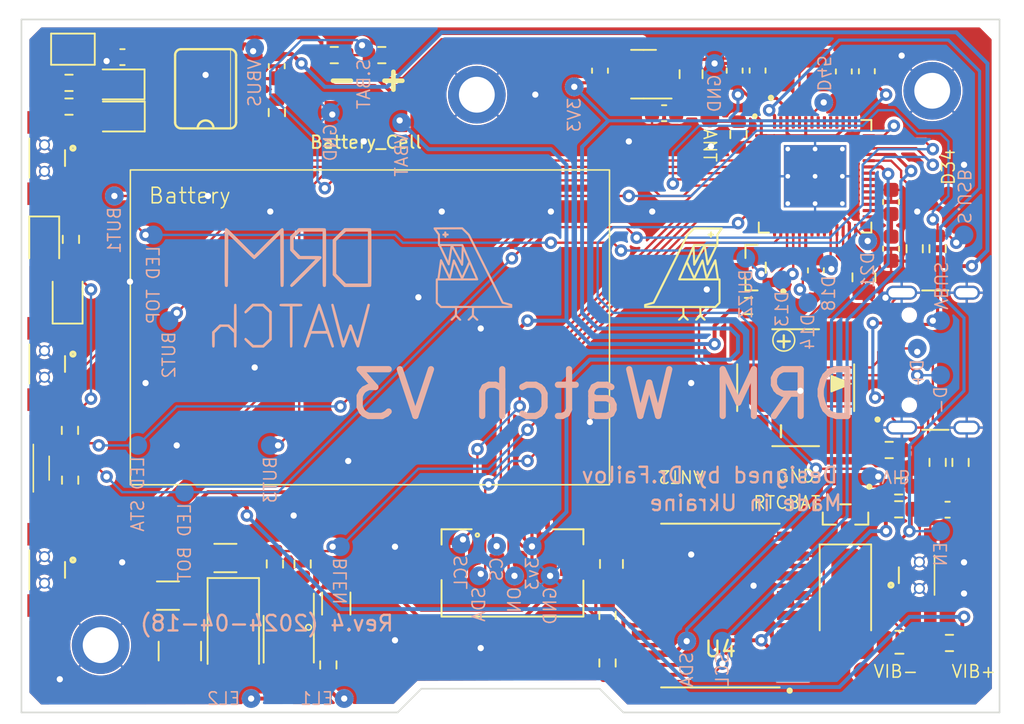
<source format=kicad_pcb>
(kicad_pcb (version 20221018) (generator pcbnew)
  (layers (0 "F.Cu" signal) (31 "B.Cu" signal) (34 "B.Paste" user) (35 "F.Paste" user) (36 "B.SilkS" user "B.Silkscreen") (37 "F.SilkS" user "F.Silkscreen") (38 "B.Mask" user) (39 "F.Mask" user) (44 "Edge.Cuts" user))
  (net 0 "")
  (net 1 "Net-(U1-GPIO2{slash}ADC1_CH1)")
  (net 2 "VCC")
  (net 3 "+3V3")
  (net 6 "Net-(J1-CC1)")
  (net 7 "Net-(U1-XTAL_P)")
  (net 9 "Net-(U1-XTAL_N)")
  (net 14 "Net-(D3-K)")
  (net 17 "Net-(U1-VDD_SPI)")
  (net 22 "Net-(J1-DP1)")
  (net 23 "Net-(J1-DN1)")
  (net 24 "GND")
  (net 27 "Net-(J1-CC2)")
  (net 29 "Net-(J2-SCL)")
  (net 30 "Net-(J2-SDA)")
  (net 31 "Net-(J2-CS)")
  (net 33 "Net-(U1-LNA_IN{slash}RF)")
  (net 34 "Net-(J2-ON\\OFF)")
  (net 35 "Net-(U1-GPIO0{slash}BOOT)")
  (net 36 "Net-(U1-GPIO1{slash}ADC1_CH0)")
  (net 37 "Net-(U1-CHIP_PU{slash}RESET)")
  (net 38 "Net-(U1-GPIO12{slash}ADC2_CH1)")
  (net 39 "Net-(LS1-PadN)")
  (net 40 "Net-(LS1-PadP)")
  (net 41 "Net-(D1-A)")
  (net 42 "Net-(D2-A)")
  (net 43 "Net-(U1-GPIO33)")
  (net 45 "VBUS")
  (net 46 "Net-(D4-K)")
  (net 47 "Net-(U3-PROG)")
  (net 48 "Net-(U1-GPIO35)")
  (net 49 "Net-(D5-A)")
  (net 50 "Net-(C13-Pad2)")
  (net 51 "Net-(U1-GPIO4{slash}ADC1_CH3)")
  (net 52 "Net-(U1-GPIO3{slash}ADC1_CH2)")
  (net 56 "Net-(U1-GPIO36)")
  (net 57 "Net-(U1-GPIO37)")
  (net 58 "Net-(U1-GPIO38)")
  (net 62 "Net-(U4-VBAT)")
  (net 63 "Net-(U1-GPIO14{slash}ADC2_CH3)")
  (net 64 "Net-(U1-GPIO18{slash}ADC2_CH7{slash}DAC_2)")
  (net 65 "Net-(U1-GPIO21)")
  (net 66 "Net-(U1-GPIO45)")
  (net 67 "Net-(U1-GPIO34)")
  (net 68 "Net-(U1-GPIO13{slash}ADC2_CH2)")
  (net 69 "Net-(D3-A)")
  (net 70 "Net-(D4-A)")
  (net 71 "Net-(D6-K)")
  (net 72 "Net-(D6-A)")
  (net 77 "Net-(R21-Pad1)")
  (net 78 "Net-(U1-GPIO8{slash}ADC1_CH7)")
  (net 79 "Net-(U5-RSW-Osc)")
  (net 80 "Net-(U5-REL-Osc)")
  (net 81 "Net-(U5-VA)")
  (net 82 "Net-(U5-VB)")
  (net 83 "Net-(D7-A)")
  (net 84 "Net-(D7-K)")
  (net 85 "Net-(U1-GPIO9{slash}ADC1_CH8)")
  (footprint "Project-Lib:R_0603_1608Metric" (layer "F.Cu") (at 124.808302 71.589727 90)
    (fp_text reference "R3")
    (fp_text value "5.1K")
  )
  (footprint "Project-Lib:SMD-LED-Side-View" (layer "F.Cu") (at 67.564 71.96 90)
    (fp_text reference "D2")
    (fp_text value "020 SMD Side View LED White 6000K")
  )
  (footprint "Project-Lib:C_1206" (layer "F.Cu") (at 86.233 80.645 -90)
    (fp_text reference "C18" hide)
    (fp_text value "0.1uF")
  )
  (footprint "Project-Lib:CUI_CMT-7525S-SMT" (layer "F.Cu") (at 114.685681 65.274319 -90)
    (fp_text reference "LS1")
    (fp_text value "CMT-7525S-SMT")
  )
  (footprint "Project-Lib:R_0603_1608Metric" (layer "F.Cu") (at 123.333861 57.884106 -90)
    (fp_text reference "R14")
    (fp_text value "100K")
  )
  (footprint "Project-Lib:R_0603_1608Metric" (layer "F.Cu") (at 69.162006 72.728422 90)
    (fp_text reference "R6")
    (fp_text value "R22")
  )
  (footprint "Project-Lib:TestPoint_Pad" (layer "F.Cu") (at 110.5 72.5 180)
    (fp_text reference "TP28" hide)
    (fp_text value "ANT2")
  )
  (footprint "Project-Lib:m1.4-screw-mount" (layer "F.Cu") (at 124.46 47.752)
    (fp_text reference "M2" hide)
    (fp_text value "Brass SMTSO-M1.4X3X1.5-2X0.8" hide)
  )
  (footprint "Project-Lib:R_0603_1608Metric" (layer "F.Cu") (at 125.564793 83.173225)
    (fp_text reference "R23")
    (fp_text value "R22")
  )
  (footprint "Project-Lib:C_0603_1608Metric" (layer "F.Cu") (at 120.267524 46.5 90)
    (fp_text reference "C5")
    (fp_text value "0.1uF")
  )
  (footprint "Project-Lib:TestPoint_Pad" (layer "F.Cu") (at 125.5 54.5 90)
    (fp_text reference "TP36" hide)
    (fp_text value "D34")
  )
  (footprint "Project-Lib:R_0603_1608Metric" (layer "F.Cu") (at 103.632 81.407 -90)
    (fp_text reference "R19")
    (fp_text value "4.3K")
  )
  (footprint "Project-Lib:C_0603_1608Metric" (layer "F.Cu") (at 111.787761 46.46105 -90)
    (fp_text reference "C15")
    (fp_text value "10uF")
  )
  (footprint "Project-Lib:R_0603_1608Metric" (layer "F.Cu") (at 82.423 49.149 -90)
    (fp_text reference "R9")
    (fp_text value "2K")
  )
  (footprint "Project-Lib:HOLE_LED_0805_2012Metric" (layer "F.Cu") (at 72.251123 47.343045 180)
    (fp_text reference "D3")
    (fp_text value "LED BLUE" hide)
  )
  (footprint "Project-Lib:SW_TL3330AF130QG" (layer "F.Cu") (at 67.818 65.278 -90)
    (fp_text reference "S2")
    (fp_text value "2*4*3.5mm Micro SMD Tact Switch Side Button")
  )
  (footprint "Project-Lib:C_0805_2012Metric" (layer "F.Cu") (at 108.991132 46.688833 90)
    (fp_text reference "C9")
    (fp_text value "1uF")
  )
  (footprint "Project-Lib:SOT95P240X111-3N" (layer "F.Cu") (at 113.130631 59.099091 180)
    (fp_text reference "Q1")
    (fp_text value "2N7002LT1G (SOT-23-3)" hide)
  )
  (footprint "Project-Lib:Battery" (layer "F.Cu") (at 88.265 49.276)
    (fp_text reference "BT1" hide)
    (fp_text value "Battery_Cell")
  )
  (footprint "Project-Lib:R_0603_1608Metric" (layer "F.Cu") (at 85.725 84.582 90)
    (fp_text reference "R21")
    (fp_text value "500R")
  )
  (footprint "Project-Lib:C_0603_1608Metric" (layer "F.Cu") (at 103.149132 46.463833 90)
    (fp_text reference "C6")
    (fp_text value "0.1uF")
  )
  (footprint "Project-Lib:R_0603_1608Metric" (layer "F.Cu") (at 84.074 78.105 -90)
    (fp_text reference "R17")
    (fp_text value "560K")
  )
  (footprint "Project-Lib:C_0603_1608Metric" (layer "F.Cu") (at 117 59.275 -90)
    (fp_text reference "C4")
    (fp_text value "0.1uF")
  )
  (footprint "Project-Lib:SO08" (layer "F.Cu") (at 77.851 47.625 90)
    (fp_text reference "U3")
    (fp_text value "TP4056")
  )
  (footprint "Project-Lib:US1D" (layer "F.Cu") (at 79.629 82.518 -90)
    (fp_text reference "D6")
    (fp_text value "US1D")
  )
  (footprint "Project-Lib:TestPoint_Pad" (layer "F.Cu") (at 120 85)
    (fp_text reference "TP41" hide)
    (fp_text value "VIB-")
  )
  (footprint "Project-Lib:SW_TL3330AF130QG" (layer "F.Cu") (at 67.818 52.07 -90)
    (fp_text reference "S1")
    (fp_text value "2*4*3.5mm Micro SMD Tact Switch Side Button")
  )
  (footprint "Project-Lib:C_0603_1608Metric" (layer "F.Cu") (at 82.41587 46.174882 90)
    (fp_text reference "C12")
    (fp_text value "10uF")
  )
  (footprint "Project-Lib:687110149022" (layer "F.Cu") (at 97.536 75.23)
    (fp_text reference "J2")
    (fp_text value "FPC 10pin 0.5mm pitch")
  )
  (footprint "Project-Lib:C_0603_1608Metric" (layer "F.Cu") (at 121.821319 54.885182 90)
    (fp_text reference "C7")
    (fp_text value "1uF")
  )
  (footprint "Project-Lib:US1D" (layer "F.Cu") (at 118.892631 80.365111 -90)
    (fp_text reference "D7")
    (fp_text value "US1D")
  )
  (footprint "Project-Lib:C_0603_1608Metric" (layer "F.Cu") (at 125.445937 74.622765 180)
    (fp_text reference "C14")
    (fp_text value "1uF")
  )
  (footprint "Project-Lib:C_0603_1608Metric" (layer "F.Cu") (at 118.790503 46.514216 -90)
    (fp_text reference "C3")
    (fp_text value "10pF")
  )
  (footprint "Project-Lib:C_0805_2012Metric" (layer "F.Cu") (at 122.355567 83.127639)
    (fp_text reference "C19")
    (fp_text value "1uF")
  )
  (footprint "Project-Lib:R_0603_1608Metric" (layer "F.Cu") (at 69.088 47.244)
    (fp_text reference "R7")
    (fp_text value "1K")
  )
  (footprint "Project-Lib:SW_TL3330AF130QG" (layer "F.Cu") (at 67.818 78.486 -90)
    (fp_text reference "S4")
    (fp_text value "2*4*3.5mm Micro SMD Tact Switch Side Button")
  )
  (footprint "Project-Lib:SolderJumper-2_P1.3mm_Open_Pad1.0x1.5mm" (layer "F.Cu") (at 69.342 45.085)
    (fp_text reference "JP1" hide)
    (fp_text value "Connect this to directly power VCC from USB")
  )
  (footprint "Project-Lib:C_0603_1608Metric" (layer "F.Cu") (at 107.263411 49.190065)
    (fp_text reference "C13")
    (fp_text value "10pF")
  )
  (footprint "Project-Lib:SOIC127P1032X265-16N" (layer "F.Cu") (at 110.871 80.772 180)
    (fp_text reference "U4")
    (fp_text value "DS3231S")
  )
  (footprint "Project-Lib:R_0603_1608Metric" (layer "F.Cu") (at 69.150351 69.534964 -90)
    (fp_text reference "R10")
    (fp_text value "R22")
  )
  (footprint "Project-Lib:C_0805_2012Metric" (layer "F.Cu") (at 103.886 78.105 90)
    (fp_text reference "C10")
    (fp_text value "1uF")
  )
  (footprint "Project-Lib:HOLE_LED_0805_2012Metric" (layer "F.Cu") (at 67.5 57.5 -90)
    (fp_text reference "D1")
    (fp_text value "LED RED" hide)
  )
  (footprint "Project-Lib:C_0603_1608Metric" (layer "F.Cu") (at 72.517 45.593 180)
    (fp_text reference "C11")
    (fp_text value "10uF")
  )
  (footprint "Project-Lib:HV857" (layer "F.Cu") (at 83.185 82.931 -90)
    (fp_text reference "U5")
    (fp_text value "Microchip HV857")
  )
  (footprint "Project-Lib:C_0603_1608Metric" (layer "F.Cu") (at 113.258303 46.455154 -90)
    (fp_text reference "C2")
    (fp_text value "10pF")
  )
  (footprint "Project-Lib:R_0603_1608Metric" (layer "F.Cu") (at 69.213058 57.284281 90)
    (fp_text reference "R5")
    (fp_text value "R22")
  )
  (footprint "Project-Lib:zubat_v5" (layer "F.Cu") (at 108.5 59.5)
    (fp_text reference "G***" hide)
    (fp_text value "LOGO" hide)
  )
  (footprint "Project-Lib:R_0603_1608Metric" (layer "F.Cu") (at 122.307052 73.126193)
    (fp_text reference "R22")
    (fp_text value "1K")
  )
  (footprint "Project-Lib:R_0603_1608Metric" (layer "F.Cu") (at 69.088 48.768)
    (fp_text reference "R8")
    (fp_text value "1K")
  )
  (footprint "Project-Lib:TestPoint_Pad" (layer "F.Cu") (at 112.282436 74.166863)
    (fp_text reference "TP39" hide)
    (fp_text value "RTCBAT")
  )
  (footprint "Project-Lib:R_0603_1608Metric" (layer "F.Cu") (at 112.6766 61.560666 180)
    (fp_text reference "R4")
    (fp_text value "R22")
  )
  (footprint "Project-Lib:R_0603_1608Metric" (layer "F.Cu") (at 82.296 78.105 -90)
    (fp_text reference "R18")
    (fp_text value "2M")
  )
  (footprint "Project-Lib:C_1206" (layer "F.Cu") (at 79.121 77.724 180)
    (fp_text reference "C16" hide)
    (fp_text value "12nF 200V")
  )
  (footprint "Project-Lib:ME6211 SOT-23-5" (layer "F.Cu") (at 105.943132 46.688833 180)
    (fp_text reference "U2")
    (fp_text value "ME6211 SOT23-5 3.3V")
  )
  (footprint "Project-Lib:TestPoint_Pad" (layer "F.Cu") (at 110.193874 49.5 -90)
    (fp_text reference "TP27" hide)
    (fp_text value "ANT")
  )
  (footprint "Project-Lib:m1.4-screw-mount" (layer "F.Cu") (at 95.25 48.006)
    (fp_text reference "M3" hide)
    (fp_text value "Brass SMTSO-M1.4X3X1.5-2X0.8" hide)
  )
  (footprint "Project-Lib:TestPoint_Pad" (layer "F.Cu") (at 125 85)
    (fp_text reference "TP40" hide)
    (fp_text value "VIB+")
  )
  (footprint "Project-Lib:R_0603_1608Metric" (layer "F.Cu") (at 126.276156 71.592624 -90)
    (fp_text reference "R2")
    (fp_text value "5.1K")
  )
  (footprint "Project-Lib:SW_TL3330AF130QG" (layer "F.Cu") (at 123.337 78.828 90)
    (fp_text reference "S3")
    (fp_text value "2*4*3.5mm Micro SMD Tact Switch Side Button")
  )
  (footprint "Project-Lib:R_0603_1608Metric" (layer "F.Cu") (at 86.106 45.466)
    (fp_text reference "R11")
    (fp_text value "100K")
  )
  (footprint "Project-Lib:Inductor-L_1210_3225Metric" (layer "F.Cu") (at 76.2 83.693 90)
    (fp_text reference "L1")
    (fp_text value "220uH")
  )
  (footprint "Project-Lib:SOT95P240X111-3N" (layer "F.Cu") (at 118.899155 74.930185 -90)
    (fp_text reference "Q2")
    (fp_text value "2N7002LT1G (SOT-23-3)" hide)
  )
  (footprint "Project-Lib:C_1206" (layer "F.Cu") (at 75.438 80.137 180)
    (fp_text reference "C17" hide)
    (fp_text value "4.7uF")
  )
  (footprint "Project-Lib:R_0603_1608Metric" (layer "F.Cu") (at 112.031855 50.560182 -90)
    (fp_text reference "R15")
    (fp_text value "0 ohm")
  )
  (footprint "Project-Lib:TestPoint_Pad" (layer "F.Cu") (at 113.788762 72.480091)
    (fp_text reference "TP8" hide)
    (fp_text value "GND")
  )
  (footprint "Project-Lib:m1.4-screw-mount" (layer "F.Cu") (at 71.12 83.312)
    (fp_text reference "M1" hide)
    (fp_text value "Brass SMTSO-M1.4X3X1.5-2X0.8" hide)
  )
  (footprint "Project-Lib:HRO_TYPE-C-31-M-12" (layer "F.Cu") (at 126.67 65.031 90)
    (fp_text reference "J1")
    (fp_text value "TYPE-C-31-M-12")
  )
  (footprint "Project-Lib:R_0603_1608Metric" (layer "F.Cu") (at 122.310176 74.599188)
    (fp_text reference "R16")
    (fp_text value "10K")
  )
  (footprint "Project-Lib:R_0603_1608Metric" (layer "F.Cu") (at 124.805082 57.883034 90)
    (fp_text reference "R13")
    (fp_text value "100K")
  )
  (footprint "Project-Lib:Oscilator" (layer "F.Cu") (at 116.020503 46.426716 90)
    (fp_text reference "Y1")
    (fp_text value "3225 4PIN 40Mhz 3.2*2.5mm Passive SMD Quartz Resonator Crystal" hide)
  )
  (footprint "Project-Lib:R_0603_1608Metric" (layer "F.Cu") (at 89.154 45.466)
    (fp_text reference "R12")
    (fp_text value "100K")
  )
  (footprint "Project-Lib:R_0603_1608Metric" (layer "F.Cu") (at 103.632 84.455 90)
    (fp_text reference "R20")
    (fp_text value "4.3K")
  )
  (footprint "Project-Lib:HOLE_LED_0805_2012Metric" (layer "F.Cu") (at 69 61 90)
    (fp_text reference "D5")
    (fp_text value "LED BLUE" hide)
  )
  (footprint "Project-Lib:Battery502535" (layer "F.Cu") (at 88.392 61.849)
    (fp_text reference "REF**" hide)
    (fp_text value "Battery502535")
  )
  (footprint "Project-Lib:C_0603_1608Metric" (layer "F.Cu") (at 121.821319 57.885182 -90)
    (fp_text reference "C8")
    (fp_text value "0.1uF")
  )
  (footprint "Project-Lib:HOLE_LED_0805_2012Metric" (layer "F.Cu") (at 72.263 49.403 180)
    (fp_text reference "D4")
    (fp_text value "LED RED" hide)
  )
  (footprint "Project-Lib:R_0603_1608Metric" (layer "F.Cu") (at 121.699648 70.794524)
    (fp_text reference "R1")
    (fp_text value "1K")
  )
  (footprint "Project-Lib:QFN-56-1EP_7x7mm_P0.4mm_EP4x4mm_ThermalVias" (layer "F.Cu") (at 116.946319 53.237182)
    (fp_text reference "U1")
    (fp_text value "ESP32-S2FN4R2")
  )
  (footprint "Project-Lib:C_0805_2012Metric" (layer "F.Cu") (at 120.078637 59.718763 90)
    (fp_text reference "C1")
    (fp_text value "0.1uF")
  )
  (footprint "Project-Lib:TestPoint_Pad" (layer "B.Cu") (at 96.52 76.962 -90)
    (fp_text reference "TP15" hide)
    (fp_text value "CS")
  )
  (footprint "Project-Lib:drm_logo_v1" (layer "B.Cu") (at 83.5 60.5 180)
    (fp_text reference "G***" hide)
    (fp_text value "LOGO" hide)
  )
  (footprint "Project-Lib:TestPoint_Pad" (layer "B.Cu") (at 86.5 77 -90)
    (fp_text reference "TP38" hide)
    (fp_text value "BLEN")
  )
  (footprint "Project-Lib:TestPoint_Pad" (layer "B.Cu") (at 85.852 49.149 -90)
    (fp_text reference "TP9" hide)
    (fp_text value "GND")
  )
  (footprint "Project-Lib:TestPoint_Pad" (layer "B.Cu") (at 123.5 64.262 -90)
    (fp_text reference "TP24" hide)
    (fp_text value "D+")
  )
  (footprint "Project-Lib:TestPoint_Pad" (layer "B.Cu") (at 82 70.5 -90)
    (fp_text reference "TP5" hide)
    (fp_text value "BUT3")
  )
  (footprint "Project-Lib:zubat_v5" (layer "B.Cu") (at 95 59.5 180)
    (fp_text reference "G***" hide)
    (fp_text value "LOGO" hide)
  )
  (footprint "Project-Lib:TestPoint_Pad" (layer "B.Cu") (at 97.663 78.867 -90)
    (fp_text reference "TP16" hide)
    (fp_text value "ON")
  )
  (footprint "Project-Lib:TestPoint_Pad" (layer "B.Cu") (at 76.5 73.5 -90)
    (fp_text reference "TP20" hide)
    (fp_text value "LED BOT")
  )
  (footprint "Project-Lib:TestPoint_Pad" (layer "B.Cu") (at 126.5 57 90)
    (fp_text reference "TP12" hide)
    (fp_text value "S.USB")
  )
  (footprint "Project-Lib:TestPoint_Pad" (layer "B.Cu") (at 88 45 -90)
    (fp_text reference "TP11" hide)
    (fp_text value "S.BAT")
  )
  (footprint "Project-Lib:TestPoint_Pad" (layer "B.Cu") (at 110.998 83.058 -90)
    (fp_text reference "TP30" hide)
    (fp_text value "SCL")
  )
  (footprint "Project-Lib:TestPoint_Pad" (layer "B.Cu") (at 114.821319 59.885182 -90)
    (fp_text reference "TP37" hide)
    (fp_text value "D13")
  )
  (footprint "Project-Lib:TestPoint_Pad" (layer "B.Cu") (at 95.377 78.867 -90)
    (fp_text reference "TP14" hide)
    (fp_text value "SDA")
  )
  (footprint "Project-Lib:TestPoint_Pad" (layer "B.Cu") (at 120.321319 57.385182 -90)
    (fp_text reference "TP34" hide)
    (fp_text value "D21")
  )
  (footprint "Project-Lib:TestPoint_Pad" (layer "B.Cu") (at 101.5 47.5 -90)
    (fp_text reference "TP1" hide)
    (fp_text value "3V3")
  )
  (footprint "Project-Lib:TestPoint_Pad" (layer "B.Cu") (at 125 62.5 90)
    (fp_text reference "TP7" hide)
    (fp_text value "VBUS")
  )
  (footprint "Project-Lib:TestPoint_Pad" (layer "B.Cu") (at 116.483332 61.350058 -90)
    (fp_text reference "TP31" hide)
    (fp_text value "D14")
  )
  (footprint "Project-Lib:TestPoint_Pad" (layer "B.Cu") (at 75.5 62.5 -90)
    (fp_text reference "TP4" hide)
    (fp_text value "BUT2")
  )
  (footprint "Project-Lib:TestPoint_Pad" (layer "B.Cu") (at 74.5 57 -90)
    (fp_text reference "TP19" hide)
    (fp_text value "LED TOP")
  )
  (footprint "Project-Lib:TestPoint_Pad" (layer "B.Cu") (at 108.712 83.058 -90)
    (fp_text reference "TP29" hide)
    (fp_text value "SDA")
  )
  (footprint "Project-Lib:TestPoint_Pad" (layer "B.Cu") (at 110.5 46 -90)
    (fp_text reference "TP6" hide)
    (fp_text value "GND")
  )
  (footprint "Project-Lib:TestPoint_Pad" (layer "B.Cu") (at 90.424 49.784 -90)
    (fp_text reference "TP2" hide)
    (fp_text value "VBAT")
  )
  (footprint "Project-Lib:TestPoint_Pad" (layer "B.Cu") (at 86.741 86.741 180)
    (fp_text reference "TP26" hide)
    (fp_text value "EL1")
  )
  (footprint "Project-Lib:TestPoint_Pad" (layer "B.Cu") (at 80.772 86.741 180)
    (fp_text reference "TP32" hide)
    (fp_text value "EL2")
  )
  (footprint "Project-Lib:TestPoint_Pad" (layer "B.Cu") (at 94.234 76.835 -90)
    (fp_text reference "TP13" hide)
    (fp_text value "SCL")
  )
  (footprint "Project-Lib:TestPoint_Pad" (layer "B.Cu") (at 112.5 58.5 -90)
    (fp_text reference "TP22" hide)
    (fp_text value "BUZZ")
  )
  (footprint "Project-Lib:TestPoint_Pad" (layer "B.Cu") (at 125 66 -90)
    (fp_text reference "TP25" hide)
    (fp_text value "D-")
  )
  (footprint "Project-Lib:TestPoint_Pad" (layer "B.Cu") (at 81 45 -90)
    (fp_text reference "TP23" hide)
    (fp_text value "VBUS")
  )
  (footprint "Project-Lib:TestPoint_Pad" (layer "B.Cu") (at 117.821319 58.885182 -90)
    (fp_text reference "TP33" hide)
    (fp_text value "D18")
  )
  (footprint "Project-Lib:TestPoint_Pad" (layer "B.Cu") (at 99.949 78.867 -90)
    (fp_text reference "TP17" hide)
    (fp_text value "GND")
  )
  (footprint "Project-Lib:TestPoint_Pad" (layer "B.Cu") (at 120.5 72.5)
    (fp_text reference "TP42" hide)
    (fp_text value "VIB")
  )
  (footprint "Project-Lib:TestPoint_Pad" (layer "B.Cu") (at 72 54.5 -90)
    (fp_text reference "TP3" hide)
    (fp_text value "BUT1")
  )
  (footprint "Project-Lib:TestPoint_Pad" (layer "B.Cu") (at 98.806 76.962 -90)
    (fp_text reference "TP18" hide)
    (fp_text value "3v3")
  )
  (footprint "Project-Lib:TestPoint_Pad" (layer "B.Cu") (at 73.5 70.5 -90)
    (fp_text reference "TP21" hide)
    (fp_text value "LED STA")
  )
  (footprint "Project-Lib:TestPoint_Pad" (layer "B.Cu") (at 117.5 48.5 90)
    (fp_text reference "TP35" hide)
    (fp_text value "D45")
  )
  (footprint "Project-Lib:TestPoint_Pad" (layer "B.Cu") (at 125 76 -90)
    (fp_text reference "TP10" hide)
    (fp_text value "EN")
  )
  (gr_line (start 128.778 87.63) (end 104.648 87.63) (stroke (width 0.1)) (layer "Edge.Cuts"))
  (gr_line (start 66.04 43.18) (end 128.778 43.18) (stroke (width 0.1)) (layer "Edge.Cuts"))
  (gr_line (start 103.124 86.106) (end 91.694 86.106) (stroke (width 0.1)) (layer "Edge.Cuts"))
  (gr_line (start 104.648 87.63) (end 103.124 86.106) (stroke (width 0.1)) (layer "Edge.Cuts"))
  (gr_line (start 90.17 87.63) (end 91.694 86.106) (stroke (width 0.1)) (layer "Edge.Cuts"))
  (gr_line (start 66.04 87.63) (end 90.17 87.63) (stroke (width 0.1)) (layer "Edge.Cuts"))
  (gr_line (start 128.778 43.18) (end 128.778 87.63) (stroke (width 0.1)) (layer "Edge.Cuts"))
  (gr_line (start 66.04 43.18) (end 66.04 87.63) (stroke (width 0.1)) (layer "Edge.Cuts"))
  (gr_text "Designed by Dr.Failov" (at 118.5 73) (layer "B.SilkS") (effects (font (size 1 1)) (justify left bottom mirror)))
  (gr_text "Rev.4 (2024-04-18)" (at 90 82.5) (layer "B.SilkS") (effects (font (size 1 1)) (justify left bottom mirror)))
  (gr_text "DRM Watch V3" (at 120 69) (layer "B.SilkS") (effects (font (size 3 3) (thickness 0.4)) (justify left bottom mirror)))
  (gr_text "Made in Ukraine" (at 118.754 74.778) (layer "B.SilkS") (effects (font (size 1 1)) (justify left bottom mirror)))
  (segment (start 83.8565 64.8565) (end 83.8565 69.1435) (width 0.15) (layer "F.Cu") (net 1))
  (segment (start 83.8565 64.8565) (end 68.703 80.01) (width 0.15) (layer "F.Cu") (net 1))
  (segment (start 83.8565 69.1435) (end 82.5 70.5) (width 0.15) (layer "F.Cu") (net 1))
  (segment (start 113.496319 53.037182) (end 85.508223 53.037182) (width 0.15) (layer "F.Cu") (net 1))
  (segment (start 83.8565 54.688905) (end 83.8565 64.8565) (width 0.15) (layer "F.Cu") (net 1))
  (segment (start 85.508223 53.037182) (end 83.8565 54.688905) (width 0.15) (layer "F.Cu") (net 1))
  (via (at 82.5 70.5) (size 0.8) (drill 0.4) (layers "F.Cu" "B.Cu") (net 1))
  (segment (start 82.5 70.5) (end 82 70.5) (width 0.15) (layer "B.Cu") (net 1))
  (segment (start 85.281 44.641) (end 84.963 44.323) (width 0.25) (layer "F.Cu") (net 2))
  (segment (start 107.080632 47.638833) (end 108.991132 47.638833) (width 0.2) (layer "F.Cu") (net 2))
  (segment (start 88.9 46.99) (end 89.789 47.879) (width 0.25) (layer "F.Cu") (net 2))
  (segment (start 110.5 62.813241) (end 110.5 64) (width 0.25) (layer "F.Cu") (net 2))
  (segment (start 88.9 46.99) (end 90.51 46.99) (width 0.25) (layer "F.Cu") (net 2))
  (segment (start 76.353719 44.323) (end 74.959234 45.717485) (width 0.25) (layer "F.Cu") (net 2))
  (segment (start 106.418133 45.738833) (end 105.943132 46.213834) (width 0.2) (layer "F.Cu") (net 2))
  (segment (start 85.281 46.038) (end 86.233 46.99) (width 0.25) (layer "F.Cu") (net 2))
  (segment (start 90.297 49.657) (end 90.043 49.657) (width 0.15) (layer "F.Cu") (net 2))
  (segment (start 85.281 45.466) (end 85.281 44.641) (width 0.25) (layer "F.Cu") (net 2))
  (segment (start 107.080632 45.738833) (end 106.418133 45.738833) (width 0.2) (layer "F.Cu") (net 2))
  (segment (start 105.943132 47.163832) (end 106.418133 47.638833) (width 0.2) (layer "F.Cu") (net 2))
  (segment (start 106.418133 47.638833) (end 107.080632 47.638833) (width 0.2) (layer "F.Cu") (net 2))
  (segment (start 126.389793 81.610207) (end 126.5 81.5) (width 0.25) (layer "F.Cu") (net 2))
  (segment (start 84.963 44.323) (end 76.353719 44.323) (width 0.25) (layer "F.Cu") (net 2))
  (segment (start 78 73.5) (end 79.5 73.5) (width 0.25) (layer "F.Cu") (net 2))
  (segment (start 85.344 45.466) (end 85.281 45.466) (width 0.25) (layer "F.Cu") (net 2))
  (segment (start 70.231 44.704) (end 72.276 44.704) (width 0.25) (layer "F.Cu") (net 2))
  (segment (start 79.5 73.5) (end 87.5 73.5) (width 0.25) (layer "F.Cu") (net 2))
  (segment (start 93 44.5) (end 105.841799 44.5) (width 0.25) (layer "F.Cu") (net 2))
  (segment (start 69.992 44.943) (end 70.231 44.704) (width 0.25) (layer "F.Cu") (net 2))
  (segment (start 126.389793 83.173225) (end 126.389793 81.610207) (width 0.25) (layer "F.Cu") (net 2))
  (segment (start 87.5 73.5) (end 98.5 62.5) (width 0.25) (layer "F.Cu") (net 2))
  (segment (start 90.043 49.657) (end 89.789 49.403) (width 0.15) (layer "F.Cu") (net 2))
  (segment (start 72.276 44.704) (end 73.292 45.72) (width 0.25) (layer "F.Cu") (net 2))
  (segment (start 80.5 75) (end 80.5 74.5) (width 0.25) (layer "F.Cu") (net 2))
  (segment (start 105.943132 46.213834) (end 105.943132 47.163832) (width 0.2) (layer "F.Cu") (net 2))
  (segment (start 85.281 45.466) (end 85.281 46.038) (width 0.25) (layer "F.Cu") (net 2))
  (segment (start 69.992 45.085) (end 69.992 44.943) (width 0.25) (layer "F.Cu") (net 2))
  (segment (start 76.913 80.137) (end 75 78.224) (width 0.25) (layer "F.Cu") (net 2))
  (segment (start 74.956719 45.72) (end 74.959234 45.717485) (width 0.25) (layer "F.Cu") (net 2))
  (segment (start 89.789 47.879) (end 89.789 49.403) (width 0.25) (layer "F.Cu") (net 2))
  (segment (start 105.841799 44.5) (end 107.080632 45.738833) (width 0.25) (layer "F.Cu") (net 2))
  (segment (start 86.233 46.99) (end 88.9 46.99) (width 0.25) (layer "F.Cu") (net 2))
  (segment (start 80.5 74.5) (end 79.5 73.5) (width 0.25) (layer "F.Cu") (net 2))
  (segment (start 75 76.5) (end 78 73.5) (width 0.25) (layer "F.Cu") (net 2))
  (segment (start 76.913 80.137) (end 76.913 81.58) (width 0.25) (layer "F.Cu") (net 2))
  (segment (start 75 78.224) (end 75 76.5) (width 0.25) (layer "F.Cu") (net 2))
  (segment (start 111.85 61.463241) (end 110.5 62.813241) (width 0.25) (layer "F.Cu") (net 2))
  (segment (start 76.913 81.58) (end 76.2 82.293) (width 0.25) (layer "F.Cu") (net 2))
  (segment (start 90.51 46.99) (end 93 44.5) (width 0.25) (layer "F.Cu") (net 2))
  (segment (start 73.292 45.72) (end 74.956719 45.72) (width 0.25) (layer "F.Cu") (net 2))
  (via (at 80.5 75) (size 0.8) (drill 0.4) (layers "F.Cu" "B.Cu") (net 2))
  (via (at 98.5 62.5) (size 0.8) (drill 0.4) (layers "F.Cu" "B.Cu") (net 2))
  (via (at 90.297 49.657) (size 0.8) (drill 0.4) (layers "F.Cu" "B.Cu") (net 2))
  (via (at 126.5 81.5) (size 0.8) (drill 0.4) (layers "F.Cu" "B.Cu") (net 2))
  (via (at 110.5 64) (size 0.8) (drill 0.4) (layers "F.Cu" "B.Cu") (net 2))
  (segment (start 98.5 62.5) (end 101 62.5) (width 0.25) (layer "B.Cu") (net 2))
  (segment (start 100 51.5) (end 101 52.5) (width 0.25) (layer "B.Cu") (net 2))
  (segment (start 80.5 75) (end 86.5 81) (width 0.25) (layer "B.Cu") (net 2))
  (segment (start 86.5 81) (end 104 81) (width 0.25) (layer "B.Cu") (net 2))
  (segment (start 101 62.5) (end 102 63.5) (width 0.25) (layer "B.Cu") (net 2))
  (segment (start 92.14 51.5) (end 100 51.5) (width 0.25) (layer "B.Cu") (net 2))
  (segment (start 90.424 49.784) (end 92.14 51.5) (width 0.25) (layer "B.Cu") (net 2))
  (segment (start 101 52.5) (end 101 62.5) (width 0.25) (layer "B.Cu") (net 2))
  (segment (start 104 81) (end 109 86) (width 0.25) (layer "B.Cu") (net 2))
  (segment (start 123 81.5) (end 126.5 81.5) (width 0.25) (layer "B.Cu") (net 2))
  (segment (start 118.5 86) (end 123 81.5) (width 0.25) (layer "B.Cu") (net 2))
  (segment (start 110.5 64) (end 102.5 64) (width 0.25) (layer "B.Cu") (net 2))
  (segment (start 109 86) (end 118.5 86) (width 0.25) (layer "B.Cu") (net 2))
  (segment (start 102.5 64) (end 102 63.5) (width 0.25) (layer "B.Cu") (net 2))
  (segment (start 114.321319 50.637182) (end 113.496319 50.637182) (width 0.2) (layer "F.Cu") (net 3))
  (segment (start 114.273319 51.837182) (end 114.321319 51.885182) (width 0.2) (layer "F.Cu") (net 3))
  (segment (start 114.321319 51.385182) (end 114.321319 50.637182) (width 0.2) (layer "F.Cu") (net 3))
  (segment (start 118.746319 48.796205) (end 120.267524 47.275) (width 0.2) (layer "F.Cu") (net 3))
  (segment (start 121.485176 75.985176) (end 121.5 76) (width 0.25) (layer "F.Cu") (net 3))
  (segment (start 86.233 79.17) (end 89.17 79.17) (width 0.25) (layer "F.Cu") (net 3))
  (segment (start 115.146319 50.462182) (end 115.146319 49.787182) (width 0.2) (layer "F.Cu") (net 3))
  (segment (start 104.805632 47.638833) (end 103.549132 47.638833) (width 0.2) (layer "F.Cu") (net 3))
  (segment (start 113.496319 51.437182) (end 114.269319 51.437182) (width 0.2) (layer "F.Cu") (net 3))
  (segment (start 116.346319 56.687182) (end 116.346319 57.846319) (width 0.2) (layer "F.Cu") (net 3))
  (segment (start 118.746319 50.212832) (end 118.321969 50.637182) (width 0.2) (layer "F.Cu") (net 3))
  (segment (start 98.286 76.481992) (end 98.786004 76.981996) (width 0.2) (layer "F.Cu") (net 3))
  (segment (start 116.346319 55.910182) (end 116.346319 56.687182) (width 0.2) (layer "F.Cu") (net 3))
  (segment (start 119.146319 56.687182) (end 119.146319 56.261532) (width 0.2) (layer "F.Cu") (net 3))
  (segment (start 112.786797 49.010358) (end 112.786797 48.235086) (width 0.2) (layer "F.Cu") (net 3))
  (segment (start 116.181271 55.745134) (end 116.346319 55.910182) (width 0.2) (layer "F.Cu") (net 3))
  (segment (start 89.17 79.17) (end 91.5 81.5) (width 0.25) (layer "F.Cu") (net 3))
  (segment (start 115.321319 50.637182) (end 114.321319 50.637182) (width 0.2) (layer "F.Cu") (net 3))
  (segment (start 116.321319 50.637182) (end 116.346319 50.612182) (width 0.2) (layer "F.Cu") (net 3))
  (segment (start 114.321319 51.885182) (end 114.321319 55.362822) (width 0.2) (layer "F.Cu") (net 3))
  (segment (start 116.346319 57.846319) (end 117 58.5) (width 0.2) (layer "F.Cu") (net 3))
  (segment (start 102.882 80.059) (end 102.882 81.482) (width 0.2) (layer "F.Cu") (net 3))
  (segment (start 84.16 80.8185) (end 85.8085 79.17) (width 0.25) (layer "F.Cu") (net 3))
  (segment (start 121.485176 74.599188) (end 121.485176 75.985176) (width 0.25) (layer "F.Cu") (net 3))
  (segment (start 115.146319 48.913115) (end 114.46829 48.235086) (width 0.2) (layer "F.Cu") (net 3))
  (segment (start 103.886 79.055) (end 102.882 80.059) (width 0.2) (layer "F.Cu") (net 3))
  (segment (start 116.346319 50.612182) (end 116.346319 49.787182) (width 0.2) (layer "F.Cu") (net 3))
  (segment (start 97.786 76.577) (end 98.171 76.962) (width 0.2) (layer "F.Cu") (net 3))
  (segment (start 116.321319 50.637182) (end 115.321319 50.637182) (width 0.2) (layer "F.Cu") (net 3))
  (segment (start 98.766008 76.962) (end 98.786004 76.981996) (width 0.2) (layer "F.Cu") (net 3))
  (segment (start 98.786004 76.981996) (end 98.786004 79.228004) (width 0.2) (layer "F.Cu") (net 3))
  (segment (start 103.549132 47.638833) (end 103.149132 47.238833) (width 0.2) (layer "F.Cu") (net 3))
  (segment (start 113.496319 50.637182) (end 113.496319 49.71988) (width 0.2) (layer "F.Cu") (net 3))
  (segment (start 114.269319 51.437182) (end 114.321319 51.385182) (width 0.2) (layer "F.Cu") (net 3))
  (segment (start 104.584 84.582) (end 103.632 83.63) (width 0.25) (layer "F.Cu") (net 3))
  (segment (start 113.5 83) (end 111.474695 83) (width 0.25) (layer "F.Cu") (net 3))
  (segment (start 101.761167 47.238833) (end 101.5 47.5) (width 0.2) (layer "F.Cu") (net 3))
  (segment (start 99.695 80.137) (end 101.537 80.137) (width 0.2) (layer "F.Cu") (net 3))
  (segment (start 101.537 80.137) (end 102.882 81.482) (width 0.2) (layer "F.Cu") (net 3))
  (segment (start 114.703631 55.745134) (end 116.181271 55.745134) (width 0.2) (layer "F.Cu") (net 3))
  (segment (start 120.078637 58.240158) (end 119.146319 57.30784) (width 0.2) (layer "F.Cu") (net 3))
  (segment (start 120.078637 58.768763) (end 120.078637 58.240158) (width 0.2) (layer "F.Cu") (net 3))
  (segment (start 115.146319 49.787182) (end 115.146319 48.913115) (width 0.2) (layer "F.Cu") (net 3))
  (segment (start 118.746319 49.787182) (end 118.746319 50.212832) (width 0.2) (layer "F.Cu") (net 3))
  (segment (start 103.149132 47.238833) (end 101.761167 47.238833) (width 0.2) (layer "F.Cu") (net 3))
  (segment (start 113.496319 49.71988) (end 112.786797 49.010358) (width 0.2) (layer "F.Cu") (net 3))
  (segment (start 114.447 83.947) (end 115.526 83.947) (width 0.25) (layer "F.Cu") (net 3))
  (segment (start 98.786 76.981992) (end 98.786004 76.981996) (width 0.2) (layer "F.Cu") (net 3))
  (segment (start 102.882 81.482) (end 103.632 82.232) (width 0.2) (layer "F.Cu") (net 3))
  (segment (start 111.787761 47.23605) (end 111.787761 47.787761) (width 0.2) (layer "F.Cu") (net 3))
  (segment (start 113.496319 51.837182) (end 114.273319 51.837182) (width 0.2) (layer "F.Cu") (net 3))
  (segment (start 103.632 82.232) (end 103.632 83.63) (width 0.25) (layer "F.Cu") (net 3))
  (segment (start 111.787761 47.787761) (end 112 48) (width 0.2) (layer "F.Cu") (net 3))
  (segment (start 118.746319 49.787182) (end 118.746319 48.796205) (width 0.2) (layer "F.Cu") (net 3))
  (segment (start 115.321319 50.637182) (end 115.146319 50.462182) (width 0.2) (layer "F.Cu") (net 3))
  (segment (start 114.321319 51.885182) (end 114.321319 51.385182) (width 0.2) (layer "F.Cu") (net 3))
  (segment (start 114.46829 48.235086) (end 112.786797 48.235086) (width 0.2) (layer "F.Cu") (net 3))
  (segment (start 119.146319 56.261532) (end 118.629921 55.745134) (width 0.2) (layer "F.Cu") (net 3))
  (segment (start 98.286 75.23) (end 98.286 76.481992) (width 0.2) (layer "F.Cu") (net 3))
  (segment (start 120.267524 47.275) (end 120.775 47.275) (width 0.2) (layer "F.Cu") (net 3))
  (segment (start 98.171 76.962) (end 98.766008 76.962) (width 0.2) (layer "F.Cu") (net 3))
  (segment (start 113.5 83) (end 114.447 83.947) (width 0.25) (layer "F.Cu") (net 3))
  (segment (start 120.775 47.275) (end 121.5 48) (width 0.2) (layer "F.Cu") (net 3))
  (segment (start 91.5 81.5) (end 98.332 81.5) (width 0.25) (layer "F.Cu") (net 3))
  (segment (start 111.474695 83) (end 109.892695 84.582) (width 0.25) (layer "F.Cu") (net 3))
  (segment (start 85.8085 79.17) (end 86.233 79.17) (width 0.25) (layer "F.Cu") (net 3))
  (segment (start 97.786 75.23) (end 97.786 76.577) (width 0.2) (layer "F.Cu") (net 3))
  (segment (start 114.321319 55.362822) (end 114.703631 55.745134) (width 0.2) (layer "F.Cu") (net 3))
  (segment (start 98.786 75.23) (end 98.786 76.981992) (width 0.2) (layer "F.Cu") (net 3))
  (segment (start 112.786797 48.235086) (end 111.787761 47.23605) (width 0.2) (layer "F.Cu") (net 3))
  (segment (start 98.332 81.5) (end 99.695 80.137) (width 0.25) (layer "F.Cu") (net 3))
  (segment (start 119.146319 57.30784) (end 119.146319 56.687182) (width 0.2) (layer "F.Cu") (net 3))
  (segment (start 118.629921 55.745134) (end 116.181271 55.745134) (width 0.2) (layer "F.Cu") (net 3))
  (segment (start 98.786004 79.228004) (end 99.695 80.137) (width 0.2) (layer "F.Cu") (net 3))
  (segment (start 118.321969 50.637182) (end 116.321319 50.637182) (width 0.2) (layer "F.Cu") (net 3))
  (segment (start 109.892695 84.582) (end 104.584 84.582) (width 0.25) (layer "F.Cu") (net 3))
  (via (at 113.5 83) (size 0.8) (drill 0.4) (layers "F.Cu" "B.Cu") (net 3))
  (via (at 121.5 76) (size 0.8) (drill 0.4) (layers "F.Cu" "B.Cu") (net 3))
  (via (at 121.5 48) (size 0.8) (drill 0.4) (layers "F.Cu" "B.Cu") (net 3))
  (via (at 101.5 47.5) (size 0.8) (drill 0.4) (layers "F.Cu" "B.Cu") (net 3))
  (via (at 98.786004 76.981996) (size 0.8) (drill 0.4) (layers "F.Cu" "B.Cu") (net 3))
  (via (at 112 48) (size 0.8) (drill 0.4) (layers "F.Cu" "B.Cu") (net 3))
  (segment (start 112 48) (end 112 49) (width 0.2) (layer "B.Cu") (net 3))
  (segment (start 102.5 65) (end 111.5 65) (width 0.25) (layer "B.Cu") (net 3))
  (segment (start 111.5 63) (end 103 63) (width 0.25) (layer "B.Cu") (net 3))
  (segment (start 102 62) (end 102 51.35) (width 0.25) (layer "B.Cu") (net 3))
  (segment (start 112 64.5) (end 112 63.5) (width 0.25) (layer "B.Cu") (net 3))
  (segment (start 98.806 76.962) (end 101 74.768) (width 0.25) (layer "B.Cu") (net 3))
  (segment (start 120.5 76) (end 113.5 83) (width 0.25) (layer "B.Cu") (net 3))
  (segment (start 102 51.35) (end 103.675 49.675) (width 0.25) (layer "B.Cu") (net 3))
  (segment (start 111.5 49.5) (end 111.5 49.675) (width 0.2) (layer "B.Cu") (net 3))
  (segment (start 121.5 48) (end 119.825 49.675) (width 0.2) (layer "B.Cu") (net 3))
  (segment (start 103.675 49.675) (end 101.5 47.5) (width 0.2) (layer "B.Cu") (net 3))
  (segment (start 112 63.5) (end 111.5 63) (width 0.25) (layer "B.Cu") (net 3))
  (segment (start 101 66.5) (end 102.5 65) (width 0.25) (layer "B.Cu") (net 3))
  (segment (start 119.825 49.675) (end 111.5 49.675) (width 0.2) (layer "B.Cu") (net 3))
  (segment (start 112 49) (end 111.5 49.5) (width 0.2) (layer "B.Cu") (net 3))
  (segment (start 98.806 76.962) (end 98.786004 76.981996) (width 0.2) (layer "B.Cu") (net 3))
  (segment (start 111.5 49.675) (end 103.675 49.675) (width 0.2) (layer "B.Cu") (net 3))
  (segment (start 101 74.768) (end 101 66.5) (width 0.25) (layer "B.Cu") (net 3))
  (segment (start 121.5 76) (end 120.5 76) (width 0.25) (layer "B.Cu") (net 3))
  (segment (start 103 63) (end 102 62) (width 0.25) (layer "B.Cu") (net 3))
  (segment (start 111.5 65) (end 112 64.5) (width 0.25) (layer "B.Cu") (net 3))
  (segment (start 124.195147 67.886147) (end 122.59 66.281) (width 0.15) (layer "F.Cu") (net 6))
  (segment (start 124.195147 70.151572) (end 124.808302 70.764727) (width 0.15) (layer "F.Cu") (net 6))
  (segment (start 122.59 66.281) (end 121.92 66.281) (width 0.15) (layer "F.Cu") (net 6))
  (segment (start 124.195147 67.886147) (end 124.195147 70.151572) (width 0.15) (layer "F.Cu") (net 6))
  (segment (start 115.546319 47.857532) (end 114.877503 47.188716) (width 0.15) (layer "F.Cu") (net 7))
  (segment (start 115.546319 49.787182) (end 115.546319 47.857532) (width 0.15) (layer "F.Cu") (net 7))
  (segment (start 114.877503 47.023406) (end 113.299741 47.023406) (width 0.15) (layer "F.Cu") (net 7))
  (segment (start 113.299741 47.023406) (end 113.258303 47.064844) (width 0.15) (layer "F.Cu") (net 7))
  (segment (start 115.25 47.395903) (end 114.877503 47.023406) (width 0.15) (layer "F.Cu") (net 7))
  (segment (start 115.946319 49.787182) (end 115.946319 46.6059) (width 0.15) (layer "F.Cu") (net 9))
  (segment (start 118.716003 45.499406) (end 118.790503 45.573906) (width 0.15) (layer "F.Cu") (net 9))
  (segment (start 115.946319 46.6059) (end 116.887503 45.664716) (width 0.15) (layer "F.Cu") (net 9))
  (segment (start 116.887503 45.664716) (end 117.163503 45.664716) (width 0.15) (layer "F.Cu") (net 9))
  (segment (start 117.163503 45.499406) (end 118.716003 45.499406) (width 0.15) (layer "F.Cu") (net 9))
  (segment (start 73.789515 46.987485) (end 74.959234 46.987485) (width 0.15) (layer "F.Cu") (net 14))
  (segment (start 73.279 47.498) (end 73.789515 46.987485) (width 0.15) (layer "F.Cu") (net 14))
  (segment (start 121.598319 55.437182) (end 121.821319 55.660182) (width 0.15) (layer "F.Cu") (net 17))
  (segment (start 120.396319 55.437182) (end 121.598319 55.437182) (width 0.15) (layer "F.Cu") (net 17))
  (segment (start 121.821319 55.660182) (end 121.821319 57.110182) (width 0.25) (layer "F.Cu") (net 17))
  (segment (start 118.746319 58.30689) (end 119.008627 58.569198) (width 0.15) (layer "F.Cu") (net 22))
  (segment (start 116.976681 65.5) (end 120.581 65.5) (width 0.15) (layer "F.Cu") (net 22))
  (segment (start 116.5 65.023319) (end 116.976681 65.5) (width 0.15) (layer "F.Cu") (net 22))
  (segment (start 123.281 64.281) (end 123.5 64.5) (width 0.15) (layer "F.Cu") (net 22))
  (segment (start 121.219 64.281) (end 121.92 64.281) (width 0.15) (layer "F.Cu") (net 22))
  (segment (start 121 64.5) (end 121.219 64.281) (width 0.15) (layer "F.Cu") (net 22))
  (segment (start 118.746319 56.687182) (end 118.746319 58.30689) (width 0.15) (layer "F.Cu") (net 22))
  (segment (start 121.92 64.281) (end 123.281 64.281) (width 0.15) (layer "F.Cu") (net 22))
  (segment (start 121 65.081) (end 121 64.5) (width 0.15) (layer "F.Cu") (net 22))
  (segment (start 116.5 62.775) (end 116.5 65.023319) (width 0.15) (layer "F.Cu") (net 22))
  (segment (start 119.008627 60.266373) (end 116.5 62.775) (width 0.15) (layer "F.Cu") (net 22))
  (segment (start 120.581 65.5) (end 121 65.081) (width 0.15) (layer "F.Cu") (net 22))
  (segment (start 121.92 65.281) (end 121.2 65.281) (width 0.15) (layer "F.Cu") (net 22))
  (segment (start 119.008627 58.569198) (end 119.008627 60.266373) (width 0.15) (layer "F.Cu") (net 22))
  (segment (start 121.2 65.281) (end 121 65.081) (width 0.15) (layer "F.Cu") (net 22))
  (via (at 123.5 64.5) (size 0.8) (drill 0.4) (layers "F.Cu" "B.Cu") (net 22))
  (segment (start 123.5 64.5) (end 123.5 64.262) (width 0.15) (layer "B.Cu") (net 22))
  (segment (start 116 62.812868) (end 116 65.5) (width 0.15) (layer "F.Cu") (net 23))
  (segment (start 118.708627 58.708627) (end 118.708627 60.104241) (width 0.15) (layer "F.Cu") (net 23))
  (segment (start 123 65.421) (end 123 65) (width 0.15) (layer "F.Cu") (net 23))
  (segment (start 118.346319 56.687182) (end 118.346319 58.346319) (width 0.15) (layer "F.Cu") (net 23))
  (segment (start 118.708627 60.104241) (end 116 62.812868) (width 0.15) (layer "F.Cu") (net 23))
  (segment (start 118.346319 58.346319) (end 118.708627 58.708627) (width 0.15) (layer "F.Cu") (net 23))
  (segment (start 121.2 65.781) (end 121.92 65.781) (width 0.15) (layer "F.Cu") (net 23))
  (segment (start 123.5 65.921) (end 123.5 66) (width 0.15) (layer "F.Cu") (net 23))
  (segment (start 116.5 66) (end 120.981 66) (width 0.15) (layer "F.Cu") (net 23))
  (segment (start 122.781 64.781) (end 121.92 64.781) (width 0.15) (layer "F.Cu") (net 23))
  (segment (start 123 65) (end 122.781 64.781) (width 0.15) (layer "F.Cu") (net 23))
  (segment (start 116 65.5) (end 116.5 66) (width 0.15) (layer "F.Cu") (net 23))
  (segment (start 120.981 66) (end 121.2 65.781) (width 0.15) (layer "F.Cu") (net 23))
  (segment (start 121.92 65.781) (end 122.64 65.781) (width 0.15) (layer "F.Cu") (net 23))
  (segment (start 122.64 65.781) (end 123 65.421) (width 0.15) (layer "F.Cu") (net 23))
  (segment (start 123 65.421) (end 123.5 65.921) (width 0.15) (layer "F.Cu") (net 23))
  (via (at 123.5 66) (size 0.8) (drill 0.4) (layers "F.Cu" "B.Cu") (net 23))
  (segment (start 123.5 66) (end 125 66) (width 0.15) (layer "B.Cu") (net 23))
  (segment (start 124.144851 72.414727) (end 122.524648 70.794524) (width 0.15) (layer "F.Cu") (net 24))
  (segment (start 118.790503 47.289216) (end 118.790503 47.202021) (width 0.2) (layer "F.Cu") (net 24))
  (segment (start 69 63.457) (end 68.703 63.754) (width 0.15) (layer "F.Cu") (net 24))
  (segment (start 117.264003 47.123906) (end 117.163503 47.023406) (width 0.15) (layer "F.Cu") (net 24))
  (segment (start 118.690003 47.188716) (end 118.790503 47.289216) (width 0.2) (layer "F.Cu") (net 24))
  (segment (start 122.524648 70.794524) (end 122.524648 69.380648) (width 0.15) (layer "F.Cu") (net 24))
  (segment (start 118.790503 47.123906) (end 117.264003 47.123906) (width 0.15) (layer "F.Cu") (net 24))
  (segment (start 126.276156 72.417624) (end 124.811199 72.417624) (width 0.15) (layer "F.Cu") (net 24))
  (segment (start 124.337 76.542) (end 124.337 76.506702) (width 0.15) (layer "F.Cu") (net 24))
  (segment (start 113.273741 45.499406) (end 113.258303 45.514844) (width 0.15) (layer "F.Cu") (net 24))
  (segment (start 114.190631 58.149091) (end 111.350909 58.149091) (width 0.15) (layer "F.Cu") (net 24))
  (segment (start 118.790503 47.202021) (end 120.267524 45.725) (width 0.2) (layer "F.Cu") (net 24))
  (segment (start 110.5 46) (end 111.473811 46) (width 0.2) (layer "F.Cu") (net 24))
  (segment (start 115.5 62.5) (end 115.5 66.5) (width 0.25) (layer "F.Cu") (net 24))
  (segment (start 117.163503 47.188716) (end 118.690003 47.188716) (width 0.2) (layer "F.Cu") (net 24))
  (segment (start 113.258303 45.680154) (end 114.862065 45.680154) (width 0.2) (layer "F.Cu") (net 24))
  (segment (start 111.787761 45.68605) (end 113.252407 45.68605) (width 0.2) (layer "F.Cu") (net 24))
  (segment (start 81.968595 49.519595) (end 82.423 49.974) (width 0.2) (layer "F.Cu") (net 24))
  (segment (start 121.92 61.831) (end 121.92 61.286) (width 0.15) (layer "F.Cu") (net 24))
  (segment (start 108.041132 46.688833) (end 108.991132 45.738833) (width 0.2) (layer "F.Cu") (net 24))
  (segment (start 121.240874 61.831) (end 120.078637 60.668763) (width 0.15) (layer "F.Cu") (net 24))
  (segment (start 121.92 68.231) (end 121.92 68.776) (width 0.15) (layer "F.Cu") (net 24))
  (segment (start 114.877503 45.499406) (end 113.273741 45.499406) (width 0.15) (layer "F.Cu") (net 24))
  (segment (start 121.821319 58.660182) (end 123.284937 58.660182) (width 0.15) (layer "F.Cu") (net 24))
  (segment (start 69 62.016) (end 69 63.457) (width 0.15) (layer "F.Cu") (net 24))
  (segment (start 110.238833 45.738833) (end 110.5 46) (width 0.2) (layer "F.Cu") (net 24))
  (segment (start 124.808302 72.414727) (end 124.144851 72.414727) (width 0.15) (layer "F.Cu") (net 24))
  (segment (start 117 60.05) (end 117 61) (width 0.25) (layer "F.Cu") (net 24))
  (segment (start 111.350909 58.149091) (end 110 59.5) (width 0.15) (layer "F.Cu") (net 24))
  (segment (start 121.92 68.776) (end 122.5 69.356) (width 0.15) (layer "F.Cu") (net 24))
  (segment (start 115.5 66.5) (end 116 67) (width 0.25) (layer "F.Cu") (net 24))
  (segment (start 126.220937 72.472843) (end 126.276156 72.417624) (width 0.15) (layer "F.Cu") (net 24))
  (segment (start 121.92 61.286) (end 122.5 60.706) (width 0.15) (layer "F.Cu") (net 24))
  (segment (start 124.811199 72.417624) (end 124.808302 72.414727) (width 0.15) (layer "F.Cu") (net 24))
  (segment (start 80.756446 49.519595) (end 81.968595 49.519595) (width 0.2) (layer "F.Cu") (net 24))
  (segment (start 121.92 61.831) (end 121.240874 61.831) (width 0.15) (layer "F.Cu") (net 24))
  (segment (start 126.220937 74.622765) (end 126.220937 72.472843) (width 0.15) (layer "F.Cu") (net 24))
  (segment (start 80.756446 46.979595) (end 82.386157 46.979595) (width 0.2) (layer "F.Cu") (net 24))
  (segment (start 124.337 76.506702) (end 126.220937 74.622765) (width 0.15) (layer "F.Cu") (net 24))
  (segment (start 111.473811 46) (end 111.787761 45.68605) (width 0.2) (layer "F.Cu") (net 24))
  (segment (start 114.862065 45.680154) (end 114.877503 45.664716) (width 0.2) (layer "F.Cu") (net 24))
  (segment (start 117 61) (end 115.5 62.5) (width 0.25) (layer "F.Cu") (net 24))
  (segment (start 108.991132 45.738833) (end 110.238833 45.738833) (width 0.2) (layer "F.Cu") (net 24))
  (segment (start 110 59.5) (end 110 60.5) (width 0.15) (layer "F.Cu") (net 24))
  (segment (start 113.252407 45.68605) (end 113.258303 45.680154) (width 0.2) (layer "F.Cu") (net 24))
  (segment (start 118.790503 47.123906) (end 118.790503 47.036711) (width 0.15) (layer "F.Cu") (net 24))
  (segment (start 82.386157 46.979595) (end 82.41587 46.949882) (width 0.2) (layer "F.Cu") (net 24))
  (segment (start 123.284937 58.660182) (end 123.333861 58.709106) (width 0.15) (layer "F.Cu") (net 24))
  (segment (start 107.080632 46.688833) (end 108.041132 46.688833) (width 0.2) (layer "F.Cu") (net 24))
  (segment (start 122.524648 69.380648) (end 122.5 69.356) (width 0.15) (layer "F.Cu") (net 24))
  (segment (start 118.790503 47.036711) (end 120.267524 45.55969) (width 0.15) (layer "F.Cu") (net 24))
  (via (at 123.5 55.5) (size 0.8) (drill 0.4) (layers "F.Cu" "B.Cu") (net 24))
  (via (at 95.5 63) (size 0.8) (drill 0.4) (layers "F.Cu" "B.Cu") (net 24))
  (via (at 77.851 46.736) (size 0.8) (drill 0.4) (layers "F.Cu" "B.Cu") (net 24))
  (via (at 90 77) (size 0.8) (drill 0.4) (layers "F.Cu" "B.Cu") (net 24))
  (via (at 88 51) (size 0.8) (drill 0.4) (layers "F.Cu" "B.Cu") (net 24))
  (via (at 113 79.5) (size 0.8) (drill 0.4) (layers "F.Cu" "B.Cu") (net 24))
  (via (at 68.5 85.5) (size 0.8) (drill 0.4) (layers "F.Cu" "B.Cu") (net 24))
  (via (at 122.5 45.5) (size 0.8) (drill 0.4) (layers "F.Cu" "B.Cu") (net 24))
  (via (at 78 54.5) (size 0.8) (drill 0.4) (layers "F.Cu" "B.Cu") (net 24))
  (via (at 100 55.5) (size 0.8) (drill 0.4) (layers "F.Cu" "B.Cu") (net 24))
  (via (at 99.949 78.867002) (size 0.8) (drill 0.4) (layers "F.Cu" "B.Cu") (net 24))
  (via (at 106.5 55.5) (size 0.8) (drill 0.4) (layers "F.Cu" "B.Cu") (net 24))
  (via (at 102.5 69) (size 0.8) (drill 0.4) (layers "F.Cu" "B.Cu") (net 24))
  (via (at 71.501 45.847) (size 0.8) (drill 0.4) (layers "F.Cu" "B.Cu") (net 24))
  (via (at 109 77.5) (size 0.8) (drill 0.4) (layers "F.Cu" "B.Cu") (net 24))
  (via (at 121.463044 61.026906) (size 0.8) (drill 0.4) (layers "F.Cu" "B.Cu") (net 24))
  (via (at 126.5 52.5) (size 0.8) (drill 0.4) (layers "F.Cu" "B.Cu") (net 24))
  (via (at 109 66.5) (size 0.8) (drill 0.4) (layers "F.Cu" "B.Cu") (net 24))
  (via (at 83.5 75) (size 0.8) (drill 0.4) (layers "F.Cu" "B.Cu") (net 24))
  (via (at 82 55.5) (size 0.8) (drill 0.4) (layers "F.Cu" "B.Cu") (net 24))
  (via (at 93 55.5) (size 0.8) (drill 0.4) (layers "F.Cu" "B.Cu") (net 24))
  (via (at 81 65.5) (size 0.8) (drill 0.4) (layers "F.Cu" "B.Cu") (net 24))
  (via (at 110.5 46) (size 0.8) (drill 0.4) (layers "F.Cu" "B.Cu") (net 24))
  (via (at 87 71.5) (size 0.8) (drill 0.4) (layers "F.Cu" "B.Cu") (net 24))
  (via (at 85.979002 49.276001) (size 0.8) (drill 0.4) (layers "F.Cu" "B.Cu") (net 24))
  (via (at 99 48) (size 0.8) (drill 0.4) (layers "F.Cu" "B.Cu") (net 24))
  (via (at 91.5 61) (size 0.8) (drill 0.4) (layers "F.Cu" "B.Cu") (net 24))
  (via (at 110.269252 51.321865) (size 0.8) (drill 0.4) (layers "F.Cu" "B.Cu") (net 24))
  (via (at 76 70.5) (size 0.8) (drill 0.4) (layers "F.Cu" "B.Cu") (net 24))
  (via (at 72.5 78) (size 0.8) (drill 0.4) (layers "F.Cu" "B.Cu") (net 24))
  (via (at 126.5 80) (size 0.8) (drill 0.4) (layers "F.Cu" "B.Cu") (net 24))
  (via (at 105 51) (size 0.8) (drill 0.4) (layers "F.Cu" "B.Cu") (net 24))
  (via (at 126.5 78) (size 0.8) (drill 0.4) (layers "F.Cu" "B.Cu") (net 24))
  (via (at 110 60.5) (size 0.8) (drill 0.4) (layers "F.Cu" "B.Cu") (net 24))
  (via (at 95.5 83.5) (size 0.8) (drill 0.4) (layers "F.Cu" "B.Cu") (net 24))
  (via (at 73 60) (size 0.8) (drill 0.4) (layers "F.Cu" "B.Cu") (net 24))
  (via (at 116 67) (size 0.8) (drill 0.4) (layers "F.Cu" "B.Cu") (net 24))
  (via (at 90 83) (size 0.8) (drill 0.4) (layers "F.Cu" "B.Cu") (net 24))
  (via (at 74 66.5) (size 0.8) (drill 0.4) (layers "F.Cu" "B.Cu") (net 24))
  (segment (start 125 69.491468) (end 124.991468 69.491468) (width 0.15) (layer "F.Cu") (net 27))
  (segment (start 124.991468 69.491468) (end 124.5 69) (width 0.15) (layer "F.Cu") (net 27))
  (segment (start 123.781 63.281) (end 121.92 63.281) (width 0.15) (layer "F.Cu") (net 27))
  (segment (start 126.276156 70.767624) (end 125 69.491468) (width 0.15) (layer "F.Cu") (net 27))
  (segment (start 124.5 64) (end 123.781 63.281) (width 0.15) (layer "F.Cu") (net 27))
  (segment (start 124.5 69) (end 124.5 64) (width 0.15) (layer "F.Cu") (net 27))
  (segment (start 95.286 75.23) (end 95.286 70.747052) (width 0.15) (layer "F.Cu") (net 29))
  (segment (start 95.286 75.605498) (end 95.286 75.23) (width 0.15) (layer "F.Cu") (net 29))
  (segment (start 113.496319 55.037182) (end 109.962818 55.037182) (width 0.15) (layer "F.Cu") (net 29))
  (segment (start 94.361 76.530498) (end 95.286 75.605498) (width 0.15) (layer "F.Cu") (net 29))
  (segment (start 95.286 70.747052) (end 95.290644 70.742408) (width 0.15) (layer "F.Cu") (net 29))
  (segment (start 109.962818 55.037182) (end 98 67) (width 0.15) (layer "F.Cu") (net 29))
  (segment (start 98 67) (end 98 68) (width 0.15) (layer "F.Cu") (net 29))
  (via (at 94.361 76.530498) (size 0.8) (drill 0.4) (layers "F.Cu" "B.Cu") (net 29))
  (via (at 95.290644 70.742408) (size 0.8) (drill 0.4) (layers "F.Cu" "B.Cu") (net 29))
  (via (at 98 68) (size 0.8) (drill 0.4) (layers "F.Cu" "B.Cu") (net 29))
  (segment (start 94.361 76.708) (end 94.234 76.835) (width 0.15) (layer "B.Cu") (net 29))
  (segment (start 94.361 76.530498) (end 94.361 76.708) (width 0.15) (layer "B.Cu") (net 29))
  (segment (start 95 71) (end 95.033052 71) (width 0.15) (layer "B.Cu") (net 29))
  (segment (start 98 68) (end 95 71) (width 0.15) (layer "B.Cu") (net 29))
  (segment (start 95.033052 71) (end 95.290644 70.742408) (width 0.15) (layer "B.Cu") (net 29))
  (segment (start 99.5 66.5) (end 99.5 70.5) (width 0.15) (layer "F.Cu") (net 30))
  (segment (start 108.5 57.5) (end 99.5 66.5) (width 0.15) (layer "F.Cu") (net 30))
  (segment (start 95.786 78.457992) (end 95.503992 78.74) (width 0.15) (layer "F.Cu") (net 30))
  (segment (start 96 73) (end 95.786 73.214) (width 0.15) (layer "F.Cu") (net 30))
  (segment (start 114.746319 56.687182) (end 114.746319 57.077476) (width 0.15) (layer "F.Cu") (net 30))
  (segment (start 95.786 75.23) (end 95.786 78.457992) (width 0.15) (layer "F.Cu") (net 30))
  (segment (start 114.323795 57.5) (end 108.5 57.5) (width 0.15) (layer "F.Cu") (net 30))
  (segment (start 95.786 73.214) (end 95.786 75.23) (width 0.15) (layer "F.Cu") (net 30))
  (segment (start 99.5 70.5) (end 98.5 71.5) (width 0.15) (layer "F.Cu") (net 30))
  (segment (start 114.746319 57.077476) (end 114.323795 57.5) (width 0.15) (layer "F.Cu") (net 30))
  (via (at 95.503992 78.74) (size 0.8) (drill 0.4) (layers "F.Cu" "B.Cu") (net 30))
  (via (at 98.5 71.5) (size 0.8) (drill 0.4) (layers "F.Cu" "B.Cu") (net 30))
  (via (at 96 73) (size 0.8) (drill 0.4) (layers "F.Cu" "B.Cu") (net 30))
  (segment (start 95.503992 78.740008) (end 95.503992 78.74) (width 0.15) (layer "B.Cu") (net 30))
  (segment (start 95.377 78.867) (end 95.503992 78.740008) (width 0.15) (layer "B.Cu") (net 30))
  (segment (start 98.5 71.5) (end 97.5 71.5) (width 0.15) (layer "B.Cu") (net 30))
  (segment (start 97.5 71.5) (end 96 73) (width 0.15) (layer "B.Cu") (net 30))
  (segment (start 109.762818 54.237182) (end 96.788303 67.211697) (width 0.15) (layer "F.Cu") (net 31))
  (segment (start 96.286 74.214) (end 96.286 75.23) (width 0.15) (layer "F.Cu") (net 31))
  (segment (start 96.286 76.728004) (end 96.52 76.962004) (width 0.15) (layer "F.Cu") (net 31))
  (segment (start 96.788303 73.711697) (end 96.286 74.214) (width 0.15) (layer "F.Cu") (net 31))
  (segment (start 113.496319 54.237182) (end 109.762818 54.237182) (width 0.15) (layer "F.Cu") (net 31))
  (segment (start 96.286 75.23) (end 96.286 76.728004) (width 0.15) (layer "F.Cu") (net 31))
  (segment (start 96.788303 67.211697) (end 96.788303 73.711697) (width 0.15) (layer "F.Cu") (net 31))
  (via (at 96.52 76.962004) (size 0.8) (drill 0.4) (layers "F.Cu" "B.Cu") (net 31))
  (segment (start 96.52 76.962) (end 96.52 76.962004) (width 0.15) (layer "B.Cu") (net 31))
  (segment (start 112.379855 51.037182) (end 112.031855 51.385182) (width 0.15) (layer "F.Cu") (net 33))
  (segment (start 113.496319 51.037182) (end 112.379855 51.037182) (width 0.15) (layer "F.Cu") (net 33))
  (segment (start 97.286 78.49001) (end 97.663 78.86701) (width 0.15) (layer "F.Cu") (net 34))
  (segment (start 97.286 75.23) (end 97.286 78.49001) (width 0.15) (layer "F.Cu") (net 34))
  (segment (start 109.862818 54.637182) (end 97.3 67.2) (width 0.15) (layer "F.Cu") (net 34))
  (segment (start 113.496319 54.637182) (end 109.862818 54.637182) (width 0.15) (layer "F.Cu") (net 34))
  (segment (start 97.3 75.216) (end 97.286 75.23) (width 0.15) (layer "F.Cu") (net 34))
  (segment (start 97.3 67.2) (end 97.3 75.216) (width 0.15) (layer "F.Cu") (net 34))
  (via (at 97.663 78.86701) (size 0.8) (drill 0.4) (layers "F.Cu" "B.Cu") (net 34))
  (segment (start 97.663 78.867) (end 97.663 78.86701) (width 0.15) (layer "B.Cu") (net 34))
  (segment (start 113.496319 52.237182) (end 113.484137 52.225) (width 0.15) (layer "F.Cu") (net 35))
  (segment (start 77 52.237182) (end 74.737182 54.5) (width 0.15) (layer "F.Cu") (net 35))
  (segment (start 113.484137 52.225) (end 77.012182 52.225) (width 0.15) (layer "F.Cu") (net 35))
  (segment (start 70.059818 52.237182) (end 68.703 53.594) (width 0.15) (layer "F.Cu") (net 35))
  (segment (start 77.012182 52.225) (end 77 52.237182) (width 0.15) (layer "F.Cu") (net 35))
  (segment (start 77 52.237182) (end 70.059818 52.237182) (width 0.15) (layer "F.Cu") (net 35))
  (segment (start 74.737182 54.5) (end 72 54.5) (width 0.15) (layer "F.Cu") (net 35))
  (via (at 72 54.5) (size 0.8) (drill 0.4) (layers "F.Cu" "B.Cu") (net 35))
  (segment (start 82.867818 52.637182) (end 77.7525 57.7525) (width 0.15) (layer "F.Cu") (net 36))
  (segment (start 77.5 58.005) (end 77.7525 57.7525) (width 0.15) (layer "F.Cu") (net 36))
  (segment (start 77.5 60.5) (end 76 62) (width 0.15) (layer "F.Cu") (net 36))
  (segment (start 113.496319 52.637182) (end 82.867818 52.637182) (width 0.15) (layer "F.Cu") (net 36))
  (segment (start 77.7525 57.7525) (end 68.703 66.802) (width 0.15) (layer "F.Cu") (net 36))
  (segment (start 77.5 60.5) (end 77.5 58.005) (width 0.15) (layer "F.Cu") (net 36))
  (via (at 76 62) (size 0.8) (drill 0.4) (layers "F.Cu" "B.Cu") (net 36))
  (segment (start 76 62) (end 75.5 62.5) (width 0.15) (layer "B.Cu") (net 36))
  (segment (start 122.452 76.548) (end 123 76) (width 0.2) (layer "F.Cu") (net 37))
  (segment (start 114.346319 49.787182) (end 114.346319 49.346335) (width 0.2) (layer "F.Cu") (net 37))
  (segment (start 123.158753 74.622765) (end 123.135176 74.599188) (width 0.15) (layer "F.Cu") (net 37))
  (segment (start 123.135176 75.864824) (end 123 76) (width 0.15) (layer "F.Cu") (net 37))
  (segment (start 123.135176 74.599188) (end 123.135176 75.864824) (width 0.15) (layer "F.Cu") (net 37))
  (segment (start 114.346319 49.346335) (end 113.999984 49) (width 0.2) (layer "F.Cu") (net 37))
  (segment (start 122.452 77.304) (end 122.452 76.548) (width 0.2) (layer "F.Cu") (net 37))
  (segment (start 124.670937 74.622765) (end 123.158753 74.622765) (width 0.15) (layer "F.Cu") (net 37))
  (via (at 123 76) (size 0.8) (drill 0.4) (layers "F.Cu" "B.Cu") (net 37))
  (via (at 113.999984 49) (size 0.8) (drill 0.4) (layers "F.Cu" "B.Cu") (net 37))
  (segment (start 125 60.823717) (end 126.5 62.323717) (width 0.2) (layer "B.Cu") (net 37))
  (segment (start 113.999984 49) (end 118.499984 44.5) (width 0.2) (layer "B.Cu") (net 37))
  (segment (start 123 70.5) (end 123 76) (width 0.2) (layer "B.Cu") (net 37))
  (segment (start 126.5 67) (end 123 70.5) (width 0.2) (layer "B.Cu") (net 37))
  (segment (start 127.5 54) (end 125 56.5) (width 0.2) (layer "B.Cu") (net 37))
  (segment (start 127.5 46.5) (end 127.5 54) (width 0.2) (layer "B.Cu") (net 37))
  (segment (start 125 76) (end 123 76) (width 0.15) (layer "B.Cu") (net 37))
  (segment (start 118.499984 44.5) (end 125.5 44.5) (width 0.2) (layer "B.Cu") (net 37))
  (segment (start 125.5 44.5) (end 127.5 46.5) (width 0.2) (layer "B.Cu") (net 37))
  (segment (start 126.5 62.323717) (end 126.5 67) (width 0.2) (layer "B.Cu") (net 37))
  (segment (start 125 56.5) (end 125 60.823717) (width 0.2) (layer "B.Cu") (net 37))
  (segment (start 120.874648 69.021286) (end 119.853362 68) (width 0.15) (layer "F.Cu") (net 38))
  (segment (start 120.874648 70.794524) (end 120.874648 69.021286) (width 0.15) (layer "F.Cu") (net 38))
  (segment (start 115.146319 56.687182) (end 115.146319 58.853681) (width 0.15) (layer "F.Cu") (net 38))
  (segment (start 114.190631 59.809369) (end 114.190631 60.049091) (width 0.15) (layer "F.Cu") (net 38))
  (segment (start 115.146319 58.853681) (end 114.190631 59.809369) (width 0.15) (layer "F.Cu") (net 38))
  (segment (start 114.049091 60.049091) (end 113.5 59.5) (width 0.15) (layer "F.Cu") (net 38))
  (segment (start 116 68) (end 115 67) (width 0.15) (layer "F.Cu") (net 38))
  (segment (start 114.190631 60.049091) (end 114.049091 60.049091) (width 0.15) (layer "F.Cu") (net 38))
  (segment (start 115 67) (end 115 60.85846) (width 0.15) (layer "F.Cu") (net 38))
  (segment (start 119.853362 68) (end 116 68) (width 0.15) (layer "F.Cu") (net 38))
  (segment (start 115 60.85846) (end 114.190631 60.049091) (width 0.15) (layer "F.Cu") (net 38))
  (via (at 113.5 59.5) (size 0.8) (drill 0.4) (layers "F.Cu" "B.Cu") (net 38))
  (segment (start 113.5 59.5) (end 112.5 58.5) (width 0.15) (layer "B.Cu") (net 38))
  (segment (start 109.5 62.5) (end 112.070631 59.929369) (width 0.15) (layer "F.Cu") (net 39))
  (segment (start 112.701681 68.201681) (end 109.5 65) (width 0.15) (layer "F.Cu") (net 39))
  (segment (start 112.701681 69.798319) (end 112.701681 68.201681) (width 0.15) (layer "F.Cu") (net 39))
  (segment (start 109.5 65) (end 109.5 62.5) (width 0.15) (layer "F.Cu") (net 39))
  (segment (start 112.070631 59.929369) (end 112.070631 59.099091) (width 0.15) (layer "F.Cu") (net 39))
  (segment (start 113.5 61.463241) (end 113.5 63) (width 0.15) (layer "F.Cu") (net 40))
  (segment (start 111.978466 64.927773) (end 111.978466 64.521534) (width 0.15) (layer "F.Cu") (net 40))
  (segment (start 69.213058 58.109281) (end 67.906719 58.109281) (width 0.15) (layer "F.Cu") (net 41))
  (segment (start 67.906719 58.109281) (end 67.5 58.516) (width 0.15) (layer "F.Cu") (net 41))
  (segment (start 67.564 73.66) (end 69.055428 73.66) (width 0.15) (layer "F.Cu") (net 42))
  (segment (start 69.055428 73.66) (end 69.162006 73.553422) (width 0.15) (layer "F.Cu") (net 42))
  (segment (start 105.191001 83.947) (end 104.648 83.403999) (width 0.25) (layer "F.Cu") (net 43))
  (segment (start 106.216 83.947) (end 105.191001 83.947) (width 0.25) (layer "F.Cu") (net 43))
  (segment (start 121.182587 52.637182) (end 121.631589 53.086184) (width 0.2) (layer "F.Cu") (net 43))
  (segment (start 120.396319 52.637182) (end 121.182587 52.637182) (width 0.2) (layer "F.Cu") (net 43))
  (segment (start 106.216 83.947) (end 107.823 83.947) (width 0.25) (layer "F.Cu") (net 43))
  (segment (start 104.648 81.598) (end 103.632 80.582) (width 0.25) (layer "F.Cu") (net 43))
  (segment (start 104.648 83.403999) (end 104.648 81.598) (width 0.25) (layer "F.Cu") (net 43))
  (segment (start 107.823 83.947) (end 108.712 83.058) (width 0.25) (layer "F.Cu") (net 43))
  (via (at 108.712 83.058) (size 0.8) (drill 0.4) (layers "F.Cu" "B.Cu") (net 43))
  (via (at 121.631589 53.086184) (size 0.8) (drill 0.4) (layers "F.Cu" "B.Cu") (net 43))
  (segment (start 118 62.45962) (end 121.631589 58.828031) (width 0.2) (layer "B.Cu") (net 43))
  (segment (start 108.712 82.288) (end 118 73) (width 0.2) (layer "B.Cu") (net 43))
  (segment (start 118 73) (end 118 62.45962) (width 0.2) (layer "B.Cu") (net 43))
  (segment (start 121.631589 58.828031) (end 121.631589 53.086184) (width 0.2) (layer "B.Cu") (net 43))
  (segment (start 108.712 83.058) (end 108.712 82.288) (width 0.2) (layer "B.Cu") (net 43))
  (segment (start 82.106157 45.709595) (end 82.41587 45.399882) (width 0.25) (layer "F.Cu") (net 45))
  (segment (start 83.399882 45.399882) (end 84 46) (width 0.25) (layer "F.Cu") (net 45))
  (segment (start 68.263 45.514) (end 68.692 45.085) (width 0.25) (layer "F.Cu") (net 45))
  (segment (start 80.147405 45.709595) (end 80.756446 45.709595) (width 0.25) (layer "F.Cu") (net 45))
  (segment (start 78.991485 49.527485) (end 78.994 49.53) (width 0.25) (layer "F.Cu") (net 45))
  (segment (start 82.41587 45.399882) (end 83.399882 45.399882) (width 0.25) (layer "F.Cu") (net 45))
  (segment (start 78.994 49.53) (end 79.375 49.149) (width 0.25) (layer "F.Cu") (net 45))
  (segment (start 124.5 62.5) (end 124.805082 62.194918) (width 0.2) (layer "F.Cu") (net 45))
  (segment (start 68.263 48.768) (end 68.663 48.768) (width 0.25) (layer "F.Cu") (net 45))
  (segment (start 124.805082 62.194918) (end 124.805082 58.708034) (width 0.2) (layer "F.Cu") (net 45))
  (segment (start 125.097048 59) (end 124.805082 58.708034) (width 0.25) (layer "F.Cu") (net 45))
  (segment (start 79.375 46.482) (end 80.147405 45.709595) (width 0.25) (layer "F.Cu") (net 45))
  (segment (start 68.263 48.768) (end 68.263 47.244) (width 0.25) (layer "F.Cu") (net 45))
  (segment (start 79.375 49.149) (end 79.375 46.482) (width 0.25) (layer "F.Cu") (net 45))
  (segment (start 74.959234 49.527485) (end 78.991485 49.527485) (width 0.25) (layer "F.Cu") (net 45))
  (segment (start 121.901491 62.649509) (end 121.92 62.631) (width 0.2) (layer "F.Cu") (net 45))
  (segment (start 120.807893 67.431) (end 120.80425 67.434643) (width 0.2) (layer "F.Cu") (net 45))
  (segment (start 124.259 62.741) (end 124.5 62.5) (width 0.2) (layer "F.Cu") (net 45))
  (segment (start 68.663 48.768) (end 70.395 50.5) (width 0.25) (layer "F.Cu") (net 45))
  (segment (start 80.756446 45.709595) (end 80.756446 45.354554) (width 0.25) (layer "F.Cu") (net 45))
  (segment (start 121.92 62.631) (end 122.03 62.741) (width 0.2) (layer "F.Cu") (net 45))
  (segment (start 80.756446 45.354554) (end 80.899 45.212) (width 0.25) (layer "F.Cu") (net 45))
  (segment (start 121.92 67.431) (end 120.807893 67.431) (width 0.2) (layer "F.Cu") (net 45))
  (segment (start 127 59) (end 125.097048 59) (width 0.25) (layer "F.Cu") (net 45))
  (segment (start 122.03 62.741) (end 124.259 62.741) (width 0.2) (layer "F.Cu") (net 45))
  (segment (start 70.395 50.5) (end 73.986719 50.5) (width 0.25) (layer "F.Cu") (net 45))
  (segment (start 68.263 47.244) (end 68.263 45.514) (width 0.25) (layer "F.Cu") (net 45))
  (segment (start 73.986719 50.5) (end 74.959234 49.527485) (width 0.25) (layer "F.Cu") (net 45))
  (segment (start 120.650703 62.649509) (end 121.901491 62.649509) (width 0.2) (layer "F.Cu") (net 45))
  (segment (start 80.756446 45.709595) (end 82.106157 45.709595) (width 0.25) (layer "F.Cu") (net 45))
  (via (at 127 59) (size 0.8) (drill 0.4) (layers "F.Cu" "B.Cu") (net 45))
  (via (at 120.80425 67.434643) (size 0.8) (drill 0.4) (layers "F.Cu" "B.Cu") (net 45))
  (via (at 80.899 45.212) (size 0.8) (drill 0.4) (layers "F.Cu" "B.Cu") (net 45))
  (via (at 120.650703 62.649509) (size 0.8) (drill 0.4) (layers "F.Cu" "B.Cu") (net 45))
  (via (at 84 46) (size 0.8) (drill 0.4) (layers "F.Cu" "B.Cu") (net 45))
  (via (at 124.5 62.5) (size 0.8) (drill 0.4) (layers "F.Cu" "B.Cu") (net 45))
  (segment (start 89.5 47.5) (end 93 44) (width 0.25) (layer "B.Cu") (net 45))
  (segment (start 126 44) (end 128 46) (width 0.25) (layer "B.Cu") (net 45))
  (segment (start 128 46) (end 128 58) (width 0.25) (layer "B.Cu") (net 45))
  (segment (start 128 58) (end 127 59) (width 0.25) (layer "B.Cu") (net 45))
  (segment (start 93 44) (end 126 44) (width 0.25) (layer "B.Cu") (net 45))
  (segment (start 85.5 47.5) (end 89.5 47.5) (width 0.25) (layer "B.Cu") (net 45))
  (segment (start 84 46) (end 85.5 47.5) (width 0.25) (layer "B.Cu") (net 45))
  (segment (start 120.650703 67.281096) (end 120.650703 62.649509) (width 0.2) (layer "B.Cu") (net 45))
  (segment (start 80.899 45.212) (end 80.899 44.958) (width 0.25) (layer "B.Cu") (net 45))
  (segment (start 80.899 44.958) (end 80.645 44.704) (width 0.25) (layer "B.Cu") (net 45))
  (segment (start 124.5 62.5) (end 125 62.5) (width 0.2) (layer "B.Cu") (net 45))
  (segment (start 120.80425 67.434643) (end 120.650703 67.281096) (width 0.2) (layer "B.Cu") (net 45))
  (segment (start 74.424515 48.257485) (end 74.959234 48.257485) (width 0.15) (layer "F.Cu") (net 46))
  (segment (start 73.279 49.403) (end 74.424515 48.257485) (width 0.15) (layer "F.Cu") (net 46))
  (segment (start 80.830851 48.324) (end 80.756446 48.249595) (width 0.15) (layer "F.Cu") (net 47))
  (segment (start 82.423 48.324) (end 80.830851 48.324) (width 0.15) (layer "F.Cu") (net 47))
  (segment (start 103.632 85.28) (end 106.153 85.28) (width 0.25) (layer "F.Cu") (net 48))
  (segment (start 120.396319 51.837182) (end 122.049314 51.837182) (width 0.2) (layer "F.Cu") (net 48))
  (segment (start 106.216 85.217) (end 110.283 85.217) (width 0.25) (layer "F.Cu") (net 48))
  (segment (start 122.049314 51.837182) (end 123.10607 52.893938) (width 0.2) (layer "F.Cu") (net 48))
  (segment (start 110.283 85.217) (end 111 84.5) (width 0.25) (layer "F.Cu") (net 48))
  (segment (start 106.153 85.28) (end 106.216 85.217) (width 0.25) (layer "F.Cu") (net 48))
  (via (at 123.10607 52.893938) (size 0.8) (drill 0.4) (layers "F.Cu" "B.Cu") (net 48))
  (via (at 111 84.5) (size 0.8) (drill 0.4) (layers "F.Cu" "B.Cu") (net 48))
  (segment (start 122.45 53.550008) (end 123.10607 52.893938) (width 0.2) (layer "B.Cu") (net 48))
  (segment (start 122.45 59.004594) (end 122.45 53.550008) (width 0.2) (layer "B.Cu") (net 48))
  (segment (start 110.998 83.058) (end 110.998 84.498) (width 0.25) (layer "B.Cu") (net 48))
  (segment (start 119 62.454594) (end 122.45 59.004594) (width 0.2) (layer "B.Cu") (net 48))
  (segment (start 110.998 83.058) (end 119 75.056) (width 0.2) (layer "B.Cu") (net 48))
  (segment (start 119 75.056) (end 119 62.454594) (width 0.2) (layer "B.Cu") (net 48))
  (segment (start 110.998 84.498) (end 111 84.5) (width 0.25) (layer "B.Cu") (net 48))
  (segment (start 69 59.984) (end 69.984 59.984) (width 0.15) (layer "F.Cu") (net 49))
  (segment (start 69.290036 68.709964) (end 69.150351 68.709964) (width 0.15) (layer "F.Cu") (net 49))
  (segment (start 69.984 59.984) (end 70.5 60.5) (width 0.15) (layer "F.Cu") (net 49))
  (segment (start 70.5 67.5) (end 69.290036 68.709964) (width 0.15) (layer "F.Cu") (net 49))
  (via (at 70.5 67.5) (size 0.8) (drill 0.4) (layers "F.Cu" "B.Cu") (net 49))
  (via (at 70.5 60.5) (size 0.8) (drill 0.4) (layers "F.Cu" "B.Cu") (net 49))
  (segment (start 70.5 60.5) (end 70.5 67.5) (width 0.15) (layer "B.Cu") (net 49))
  (segment (start 112.031855 49.735182) (end 110.332543 49.735182) (width 0.15) (layer "F.Cu") (net 50))
  (segment (start 109.883939 49.190065) (end 110.193874 49.5) (width 0.15) (layer "F.Cu") (net 50))
  (segment (start 108.230626 49.596513) (end 108 49.365887) (width 0.15) (layer "F.Cu") (net 50))
  (segment (start 108.038411 49.190065) (end 109.883939 49.190065) (width 0.15) (layer "F.Cu") (net 50))
  (segment (start 110.332543 49.735182) (end 110.193874 49.596513) (width 0.15) (layer "F.Cu") (net 50))
  (segment (start 87.884 44.831) (end 87.884 45.021) (width 0.15) (layer "F.Cu") (net 51))
  (segment (start 106 53.5) (end 86 53.5) (width 0.15) (layer "F.Cu") (net 51))
  (segment (start 86 53.5) (end 85.5 54) (width 0.15) (layer "F.Cu") (net 51))
  (segment (start 86.931 45.466) (end 88.329 45.466) (width 0.15) (layer "F.Cu") (net 51))
  (segment (start 107 54.5) (end 106 53.5) (width 0.15) (layer "F.Cu") (net 51))
  (segment (start 113.496319 53.837182) (end 109.162818 53.837182) (width 0.15) (layer "F.Cu") (net 51))
  (segment (start 87.884 45.021) (end 88.329 45.466) (width 0.15) (layer "F.Cu") (net 51))
  (segment (start 109.162818 53.837182) (end 108.5 54.5) (width 0.15) (layer "F.Cu") (net 51))
  (segment (start 108.5 54.5) (end 107 54.5) (width 0.15) (layer "F.Cu") (net 51))
  (via (at 85.5 54) (size 0.8) (drill 0.4) (layers "F.Cu" "B.Cu") (net 51))
  (via (at 87.884 44.831) (size 0.8) (drill 0.4) (layers "F.Cu" "B.Cu") (net 51))
  (segment (start 85.027 51.027) (end 82 48) (width 0.15) (layer "B.Cu") (net 51))
  (segment (start 82 48) (end 82 46.5) (width 0.15) (layer "B.Cu") (net 51))
  (segment (start 85.027 53.527) (end 85.027 51.027) (width 0.15) (layer "B.Cu") (net 51))
  (segment (start 84 44.5) (end 87.553 44.5) (width 0.15) (layer "B.Cu") (net 51))
  (segment (start 87.757 44.577) (end 87.757 44.704) (width 0.15) (layer "B.Cu") (net 51))
  (segment (start 87.757 44.704) (end 87.884 44.831) (width 0.15) (layer "B.Cu") (net 51))
  (segment (start 82 46.5) (end 84 44.5) (width 0.15) (layer "B.Cu") (net 51))
  (segment (start 87.553 44.5) (end 87.884 44.831) (width 0.15) (layer "B.Cu") (net 51))
  (segment (start 85.5 54) (end 85.027 53.527) (width 0.15) (layer "B.Cu") (net 51))
  (segment (start 124.805082 57.058034) (end 124.805082 56.305082) (width 0.15) (layer "F.Cu") (net 52))
  (segment (start 124.805082 57.058034) (end 125.558034 57.058034) (width 0.15) (layer "F.Cu") (net 52))
  (segment (start 124.805082 57.058034) (end 123.334933 57.058034) (width 0.15) (layer "F.Cu") (net 52))
  (segment (start 125.558034 57.058034) (end 126 57.5) (width 0.15) (layer "F.Cu") (net 52))
  (segment (start 124.805082 56.305082) (end 124.5 56) (width 0.15) (layer "F.Cu") (net 52))
  (segment (start 123.334933 57.058034) (end 123.333861 57.059106) (width 0.15) (layer "F.Cu") (net 52))
  (segment (start 108.1 53.437182) (end 107.825 53.712182) (width 0.15) (layer "F.Cu") (net 52))
  (segment (start 113.496319 53.437182) (end 108.1 53.437182) (width 0.15) (layer "F.Cu") (net 52))
  (via (at 107.825 53.712182) (size 0.8) (drill 0.4) (layers "F.Cu" "B.Cu") (net 52))
  (via (at 124.5 56) (size 0.8) (drill 0.4) (layers "F.Cu" "B.Cu") (net 52))
  (via (at 126 57.5) (size 0.8) (drill 0.4) (layers "F.Cu" "B.Cu") (net 52))
  (segment (start 122 49) (end 123.5 50.5) (width 0.15) (layer "B.Cu") (net 52))
  (segment (start 109.5 50) (end 120 50) (width 0.15) (layer "B.Cu") (net 52))
  (segment (start 123.5 50.5) (end 125 50.5) (width 0.15) (layer "B.Cu") (net 52))
  (segment (start 121 49) (end 122 49) (width 0.15) (layer "B.Cu") (net 52))
  (segment (start 126 57.5) (end 126.5 57) (width 0.15) (layer "B.Cu") (net 52))
  (segment (start 125.5 51) (end 125.5 54.5) (width 0.15) (layer "B.Cu") (net 52))
  (segment (start 107.825 51.675) (end 109.5 50) (width 0.15) (layer "B.Cu") (net 52))
  (segment (start 125 50.5) (end 125.5 51) (width 0.15) (layer "B.Cu") (net 52))
  (segment (start 120 50) (end 121 49) (width 0.15) (layer "B.Cu") (net 52))
  (segment (start 124.5 55.5) (end 124.5 56) (width 0.15) (layer "B.Cu") (net 52))
  (segment (start 125.5 54.5) (end 124.5 55.5) (width 0.15) (layer "B.Cu") (net 52))
  (segment (start 107.825 53.712182) (end 107.825 51.675) (width 0.15) (layer "B.Cu") (net 52))
  (segment (start 73.459281 56.459281) (end 69.213058 56.459281) (width 0.15) (layer "F.Cu") (net 56))
  (segment (start 120.396319 51.437182) (end 123.437182 51.437182) (width 0.15) (layer "F.Cu") (net 56))
  (segment (start 74 57) (end 73.459281 56.459281) (width 0.15) (layer "F.Cu") (net 56))
  (segment (start 123.437182 51.437182) (end 124.5 52.5) (width 0.15) (layer "F.Cu") (net 56))
  (segment (start 104.000008 57.5) (end 104.500008 58) (width 0.15) (layer "F.Cu") (net 56))
  (segment (start 100 57.5) (end 104.000008 57.5) (width 0.15) (layer "F.Cu") (net 56))
  (via (at 124.5 52.5) (size 0.8) (drill 0.4) (layers "F.Cu" "B.Cu") (net 56))
  (via (at 100 57.5) (size 0.8) (drill 0.4) (layers "F.Cu" "B.Cu") (net 56))
  (via (at 74 57) (size 0.8) (drill 0.4) (layers "F.Cu" "B.Cu") (net 56))
  (via (at 104.500008 58) (size 0.8) (drill 0.4) (layers "F.Cu" "B.Cu") (net 56))
  (segment (start 110 57.5) (end 109.5 58) (width 0.15) (layer "B.Cu") (net 56))
  (segment (start 109.5 58) (end 104.500008 58) (width 0.15) (layer "B.Cu") (net 56))
  (segment (start 90.5 57.5) (end 90 57) (width 0.15) (layer "B.Cu") (net 56))
  (segment (start 121.424264 52) (end 120.5 52.924264) (width 0.15) (layer "B.Cu") (net 56))
  (segment (start 124 52) (end 121.424264 52) (width 0.15) (layer "B.Cu") (net 56))
  (segment (start 100 57.5) (end 90.5 57.5) (width 0.15) (layer "B.Cu") (net 56))
  (segment (start 118.495508 57.5) (end 110 57.5) (width 0.15) (layer "B.Cu") (net 56))
  (segment (start 90 57) (end 74.5 57) (width 0.15) (layer "B.Cu") (net 56))
  (segment (start 74.5 57) (end 74 57) (width 0.15) (layer "B.Cu") (net 56))
  (segment (start 124.5 52.5) (end 124 52) (width 0.15) (layer "B.Cu") (net 56))
  (segment (start 120.5 52.924264) (end 120.5 55.495508) (width 0.15) (layer "B.Cu") (net 56))
  (segment (start 120.5 55.495508) (end 118.495508 57.5) (width 0.15) (layer "B.Cu") (net 56))
  (segment (start 70.903422 71.903422) (end 69.162006 71.903422) (width 0.15) (layer "F.Cu") (net 57))
  (segment (start 99.5 56.5) (end 104.825 56.5) (width 0.15) (layer "F.Cu") (net 57))
  (segment (start 71.5 72.5) (end 70.903422 71.903422) (width 0.15) (layer "F.Cu") (net 57))
  (segment (start 120.396319 51.037182) (end 124.037182 51.037182) (width 0.15) (layer "F.Cu") (net 57))
  (segment (start 104.825 56.5) (end 105.5 57.175) (width 0.15) (layer "F.Cu") (net 57))
  (segment (start 124.037182 51.037182) (end 124.5 51.5) (width 0.15) (layer "F.Cu") (net 57))
  (segment (start 97.5 58.5) (end 99.5 56.5) (width 0.15) (layer "F.Cu") (net 57))
  (via (at 71.5 72.5) (size 0.8) (drill 0.4) (layers "F.Cu" "B.Cu") (net 57))
  (via (at 124.5 51.5) (size 0.8) (drill 0.4) (layers "F.Cu" "B.Cu") (net 57))
  (via (at 105.5 57.175) (size 0.8) (drill 0.4) (layers "F.Cu" "B.Cu") (net 57))
  (via (at 97.5 58.5) (size 0.8) (drill 0.4) (layers "F.Cu" "B.Cu") (net 57))
  (segment (start 121 51.5) (end 120 52.5) (width 0.15) (layer "B.Cu") (net 57))
  (segment (start 76.5 73.5) (end 72.5 73.5) (width 0.15) (layer "B.Cu") (net 57))
  (segment (start 117.891752 57.175) (end 105.5 57.175) (width 0.15) (layer "B.Cu") (net 57))
  (segment (start 97.5 58.5) (end 82.5 73.5) (width 0.15) (layer "B.Cu") (net 57))
  (segment (start 82.5 73.5) (end 76.5 73.5) (width 0.15) (layer "B.Cu") (net 57))
  (segment (start 72.5 73.5) (end 71.5 72.5) (width 0.15) (layer "B.Cu") (net 57))
  (segment (start 124.5 51.5) (end 121 51.5) (width 0.15) (layer "B.Cu") (net 57))
  (segment (start 120 52.5) (end 120 55.066752) (width 0.15) (layer "B.Cu") (net 57))
  (segment (start 120 55.066752) (end 117.891752 57.175) (width 0.15) (layer "B.Cu") (net 57))
  (segment (start 100 54.5) (end 105 54.5) (width 0.15) (layer "F.Cu") (net 58))
  (segment (start 120.396319 50.637182) (end 121.362818 50.637182) (width 0.15) (layer "F.Cu") (net 58))
  (segment (start 70.859964 70.359964) (end 71 70.5) (width 0.15) (layer "F.Cu") (net 58))
  (segment (start 86.5 68) (end 100 54.5) (width 0.15) (layer "F.Cu") (net 58))
  (segment (start 69.150351 70.359964) (end 70.859964 70.359964) (width 0.15) (layer "F.Cu") (net 58))
  (segment (start 121.362818 50.637182) (end 122 50) (width 0.15) (layer "F.Cu") (net 58))
  (via (at 86.5 68) (size 0.8) (drill 0.4) (layers "F.Cu" "B.Cu") (net 58))
  (via (at 122 50) (size 0.8) (drill 0.4) (layers "F.Cu" "B.Cu") (net 58))
  (via (at 105 54.5) (size 0.8) (drill 0.4) (layers "F.Cu" "B.Cu") (net 58))
  (via (at 71 70.5) (size 0.8) (drill 0.4) (layers "F.Cu" "B.Cu") (net 58))
  (segment (start 113.190656 50.312082) (end 109.002738 54.5) (width 0.15) (layer "B.Cu") (net 58))
  (segment (start 122 50) (end 121.687918 50.312082) (width 0.15) (layer "B.Cu") (net 58))
  (segment (start 121.687918 50.312082) (end 113.190656 50.312082) (width 0.15) (layer "B.Cu") (net 58))
  (segment (start 71 70.5) (end 73.5 70.5) (width 0.15) (layer "B.Cu") (net 58))
  (segment (start 109.002738 54.5) (end 105 54.5) (width 0.15) (layer "B.Cu") (net 58))
  (segment (start 76 68) (end 73.5 70.5) (width 0.15) (layer "B.Cu") (net 58))
  (segment (start 86.5 68) (end 76 68) (width 0.15) (layer "B.Cu") (net 58))
  (segment (start 112.282436 77.635563) (end 112.282436 74.166863) (width 0.15) (layer "F.Cu") (net 62))
  (segment (start 107.240999 82.677) (end 112.282436 77.635563) (width 0.15) (layer "F.Cu") (net 62))
  (segment (start 106.216 82.677) (end 107.240999 82.677) (width 0.15) (layer "F.Cu") (net 62))
  (segment (start 115.946319 57.905939) (end 115.946319 56.687182) (width 0.15) (layer "F.Cu") (net 63))
  (segment (start 116.160536 58.120156) (end 115.946319 57.905939) (width 0.15) (layer "F.Cu") (net 63))
  (segment (start 115.976791 60.498736) (end 116.160536 60.314991) (width 0.15) (layer "F.Cu") (net 63))
  (segment (start 116.160536 60.314991) (end 116.160536 58.120156) (width 0.15) (layer "F.Cu") (net 63))
  (via (at 115.976791 60.498736) (size 0.8) (drill 0.4) (layers "F.Cu" "B.Cu") (net 63))
  (segment (start 116.321319 61.188045) (end 116.483332 61.350058) (width 0.15) (layer "B.Cu") (net 63))
  (segment (start 116.483332 61.350058) (end 116.483332 61.005277) (width 0.15) (layer "B.Cu") (net 63))
  (segment (start 116.321319 60.885182) (end 116.321319 61.188045) (width 0.15) (layer "B.Cu") (net 63))
  (segment (start 116.483332 61.005277) (end 115.976791 60.498736) (width 0.15) (layer "B.Cu") (net 63))
  (segment (start 117.946319 56.687182) (end 117.946319 59.14683) (width 0.15) (layer "F.Cu") (net 64))
  (segment (start 117.946319 59.14683) (end 117.992578 59.193089) (width 0.15) (layer "F.Cu") (net 64))
  (via (at 117.992578 59.193089) (size 0.8) (drill 0.4) (layers "F.Cu" "B.Cu") (net 64))
  (segment (start 117.992578 59.056441) (end 117.992578 59.193089) (width 0.15) (layer "B.Cu") (net 64))
  (segment (start 117.821319 58.885182) (end 117.992578 59.056441) (width 0.15) (layer "B.Cu") (net 64))
  (segment (start 119.623319 56.687182) (end 120.321319 57.385182) (width 0.15) (layer "F.Cu") (net 65))
  (segment (start 119.546319 56.687182) (end 119.623319 56.687182) (width 0.15) (layer "F.Cu") (net 65))
  (via (at 120.321319 57.385182) (size 0.8) (drill 0.4) (layers "F.Cu" "B.Cu") (net 65))
  (segment (start 116.746319 49.787182) (end 116.746319 49.253681) (width 0.15) (layer "F.Cu") (net 66))
  (segment (start 116.746319 49.253681) (end 117.5 48.5) (width 0.15) (layer "F.Cu") (net 66))
  (via (at 117.5 48.5) (size 0.8) (drill 0.4) (layers "F.Cu" "B.Cu") (net 66))
  (segment (start 122.467444 53.305924) (end 123.66152 54.5) (width 0.15) (layer "F.Cu") (net 67))
  (segment (start 121.822966 52.237182) (end 122.467444 52.88166) (width 0.15) (layer "F.Cu") (net 67))
  (segment (start 122.467444 52.88166) (end 122.467444 53.305924) (width 0.15) (layer "F.Cu") (net 67))
  (segment (start 123.66152 54.5) (end 125.5 54.5) (width 0.15) (layer "F.Cu") (net 67))
  (segment (start 120.396319 52.237182) (end 121.822966 52.237182) (width 0.15) (layer "F.Cu") (net 67))
  (segment (start 115.546319 56.687182) (end 115.546319 59.453745) (width 0.15) (layer "F.Cu") (net 68))
  (segment (start 115.546319 59.453745) (end 115.5 59.500064) (width 0.15) (layer "F.Cu") (net 68))
  (via (at 115.5 59.500064) (size 0.8) (drill 0.4) (layers "F.Cu" "B.Cu") (net 68))
  (segment (start 115.114882 59.885182) (end 115.5 59.500064) (width 0.15) (layer "B.Cu") (net 68))
  (segment (start 114.821319 59.885182) (end 115.114882 59.885182) (width 0.15) (layer "B.Cu") (net 68))
  (segment (start 70.993 47.244) (end 71.247 47.498) (width 0.15) (layer "F.Cu") (net 69))
  (segment (start 69.913 47.244) (end 70.993 47.244) (width 0.15) (layer "F.Cu") (net 69))
  (segment (start 69.913 48.768) (end 70.612 48.768) (width 0.15) (layer "F.Cu") (net 70))
  (segment (start 70.612 48.768) (end 71.247 49.403) (width 0.15) (layer "F.Cu") (net 70))
  (segment (start 80.596 79.551) (end 79.629 80.518) (width 0.25) (layer "F.Cu") (net 71))
  (segment (start 82.86 84.231001) (end 79.629 81.000001) (width 0.25) (layer "F.Cu") (net 71))
  (segment (start 80.596 77.724) (end 80.596 79.551) (width 0.25) (layer "F.Cu") (net 71))
  (segment (start 82.86 85.0435) (end 82.86 84.231001) (width 0.25) (layer "F.Cu") (net 71))
  (segment (start 79.629 81.000001) (end 79.629 80.518) (width 0.25) (layer "F.Cu") (net 71))
  (segment (start 79.054 85.093) (end 79.629 84.518) (width 0.25) (layer "F.Cu") (net 72))
  (segment (start 82.21 85.0435) (end 80.9795 85.0435) (width 0.25) (layer "F.Cu") (net 72))
  (segment (start 80.454 84.518) (end 79.629 84.518) (width 0.25) (layer "F.Cu") (net 72))
  (segment (start 80.9795 85.0435) (end 80.454 84.518) (width 0.25) (layer "F.Cu") (net 72))
  (segment (start 76.2 85.093) (end 79.054 85.093) (width 0.25) (layer "F.Cu") (net 72))
  (segment (start 85.725 86.106) (end 86.359992 86.740992) (width 0.25) (layer "F.Cu") (net 77))
  (segment (start 85.725 85.407) (end 85.725 86.106) (width 0.25) (layer "F.Cu") (net 77))
  (segment (start 86.359992 86.740992) (end 86.741 86.740992) (width 0.25) (layer "F.Cu") (net 77))
  (via (at 86.741 86.740992) (size 0.8) (drill 0.4) (layers "F.Cu" "B.Cu") (net 77))
  (segment (start 86.741 86.741) (end 86.741 86.740992) (width 0.25) (layer "B.Cu") (net 77))
  (segment (start 85.72 77.28) (end 86 77) (width 0.15) (layer "F.Cu") (net 78))
  (segment (start 110.062818 55.437182) (end 99 66.5) (width 0.15) (layer "F.Cu") (net 78))
  (segment (start 99 66.5) (end 99 69) (width 0.15) (layer "F.Cu") (net 78))
  (segment (start 82.296 77.28) (end 84.074 77.28) (width 0.15) (layer "F.Cu") (net 78))
  (segment (start 99 69) (end 98.5 69.5) (width 0.15) (layer "F.Cu") (net 78))
  (segment (start 113.496319 55.437182) (end 110.062818 55.437182) (width 0.15) (layer "F.Cu") (net 78))
  (segment (start 84.074 77.28) (end 85.72 77.28) (width 0.15) (layer "F.Cu") (net 78))
  (via (at 86 77) (size 0.8) (drill 0.4) (layers "F.Cu" "B.Cu") (net 78))
  (via (at 98.5 69.5) (size 0.8) (drill 0.4) (layers "F.Cu" "B.Cu") (net 78))
  (segment (start 86 77) (end 86.5 77) (width 0.15) (layer "B.Cu") (net 78))
  (segment (start 91.5 72) (end 86.5 77) (width 0.15) (layer "B.Cu") (net 78))
  (segment (start 98.5 69.5) (end 96 72) (width 0.15) (layer "B.Cu") (net 78))
  (segment (start 96 72) (end 91.5 72) (width 0.15) (layer "B.Cu") (net 78))
  (segment (start 83.51 80.8185) (end 83.51 79.494) (width 0.25) (layer "F.Cu") (net 79))
  (segment (start 83.51 79.494) (end 84.074 78.93) (width 0.25) (layer "F.Cu") (net 79))
  (segment (start 82.86 80.8185) (end 82.86 79.494) (width 0.25) (layer "F.Cu") (net 80))
  (segment (start 82.86 79.494) (end 82.296 78.93) (width 0.25) (layer "F.Cu") (net 80))
  (segment (start 84.518 83.757) (end 85.725 83.757) (width 0.25) (layer "F.Cu") (net 81))
  (segment (start 84.16 85.0435) (end 84.16 84.115) (width 0.25) (layer "F.Cu") (net 81))
  (segment (start 84.16 84.115) (end 84.518 83.757) (width 0.25) (layer "F.Cu") (net 81))
  (segment (start 83.184988 86.741012) (end 80.772 86.741012) (width 0.25) (layer "F.Cu") (net 82))
  (segment (start 83.51 85.0435) (end 83.51 86.416) (width 0.25) (layer "F.Cu") (net 82))
  (segment (start 83.51 86.416) (end 83.184988 86.741012) (width 0.25) (layer "F.Cu") (net 82))
  (via (at 80.772 86.741012) (size 0.8) (drill 0.4) (layers "F.Cu" "B.Cu") (net 82))
  (segment (start 117.767631 81.240111) (end 117.767631 80.267631) (width 0.15) (layer "F.Cu") (net 83))
  (segment (start 121.405567 83.127639) (end 120.643039 82.365111) (width 0.15) (layer "F.Cu") (net 83))
  (segment (start 120.643039 82.365111) (end 118.892631 82.365111) (width 0.15) (layer "F.Cu") (net 83))
  (segment (start 120 85) (end 121.405567 83.594433) (width 0.15) (layer "F.Cu") (net 83))
  (segment (start 121.405567 83.594433) (end 121.405567 83.127639) (width 0.15) (layer "F.Cu") (net 83))
  (segment (start 117.5 80) (end 117.5 77.38934) (width 0.15) (layer "F.Cu") (net 83))
  (segment (start 117.767631 80.267631) (end 117.5 80) (width 0.15) (layer "F.Cu") (net 83))
  (segment (start 117.5 77.38934) (end 118.899155 75.990185) (width 0.15) (layer "F.Cu") (net 83))
  (segment (start 118.892631 82.365111) (end 117.767631 81.240111) (width 0.15) (layer "F.Cu") (net 83))
  (segment (start 123.351153 83.173225) (end 123.305567 83.127639) (width 0.15) (layer "F.Cu") (net 84))
  (segment (start 125 83.433432) (end 124.739793 83.173225) (width 0.15) (layer "F.Cu") (net 84))
  (segment (start 124.739793 83.173225) (end 123.351153 83.173225) (width 0.15) (layer "F.Cu") (net 84))
  (segment (start 123.305567 83.127639) (end 118.892631 78.714703) (width 0.15) (layer "F.Cu") (net 84))
  (segment (start 125 85) (end 125 83.433432) (width 0.15) (layer "F.Cu") (net 84))
  (segment (start 118.892631 78.714703) (end 118.892631 78.365111) (width 0.15) (layer "F.Cu") (net 84))
  (segment (start 112.414422 55.837182) (end 112.008797 56.242807) (width 0.15) (layer "F.Cu") (net 85))
  (segment (start 121.482052 72.982052) (end 121 72.5) (width 0.15) (layer "F.Cu") (net 85))
  (segment (start 113.496319 55.837182) (end 112.414422 55.837182) (width 0.15) (layer "F.Cu") (net 85))
  (segment (start 120.5 72) (end 121 72.5) (width 0.15) (layer "F.Cu") (net 85))
  (segment (start 121.482052 73.126193) (end 121.482052 72.982052) (width 0.15) (layer "F.Cu") (net 85))
  (segment (start 117 72) (end 120.5 72) (width 0.15) (layer "F.Cu") (net 85))
  (segment (start 119.849155 73.870185) (end 120.593147 73.126193) (width 0.15) (layer "F.Cu") (net 85))
  (segment (start 120.593147 73.126193) (end 121.482052 73.126193) (width 0.15) (layer "F.Cu") (net 85))
  (via (at 121 72.5) (size 0.8) (drill 0.4) (layers "F.Cu" "B.Cu") (net 85))
  (via (at 117 72) (size 0.8) (drill 0.4) (layers "F.Cu" "B.Cu") (net 85))
  (via (at 112.008797 56.242807) (size 0.8) (drill 0.4) (layers "F.Cu" "B.Cu") (net 85))
  (segment (start 104 56.5) (end 103 57.5) (width 0.15) (layer "B.Cu") (net 85))
  (segment (start 103 57.5) (end 103 61) (width 0.15) (layer "B.Cu") (net 85))
  (segment (start 104 62) (end 112 62) (width 0.15) (layer "B.Cu") (net 85))
  (segment (start 113 68) (end 117 72) (width 0.15) (layer "B.Cu") (net 85))
  (segment (start 112 62) (end 113 63) (width 0.15) (layer "B.Cu") (net 85))
  (segment (start 111.751604 56.5) (end 104 56.5) (width 0.15) (layer "B.Cu") (net 85))
  (segment (start 112.008797 56.242807) (end 111.751604 56.5) (width 0.15) (layer "B.Cu") (net 85))
  (segment (start 103 61) (end 104 62) (width 0.15) (layer "B.Cu") (net 85))
  (segment (start 113 63) (end 113 68) (width 0.15) (layer "B.Cu") (net 85))
  (segment (start 121 72.5) (end 120.5 72.5) (width 0.15) (layer "B.Cu") (net 85))
  (zone (net 24) (net_name "GND") (layers "F&B.Cu") (connect_pads (clearance 0.2)) (min_thickness 0.15) (fill yes (thermal_gap 0.2) (thermal_bridge_width 0.15) (island_removal_mode 2) (island_area_min 10))
    (polygon (pts (xy 128.270116 44.450348) (xy 128.289128 86.106) (xy 127.254 87.122) (xy 104.902 87.122) (xy 103.378 85.566306) (xy 91.44 85.598) (xy 89.916 87.083294) (xy 67.299694 87.122) (xy 66.548 86.36) (xy 66.548 44.45) (xy 67.31 43.688) (xy 127.507768 43.688)))
  )
)
</source>
